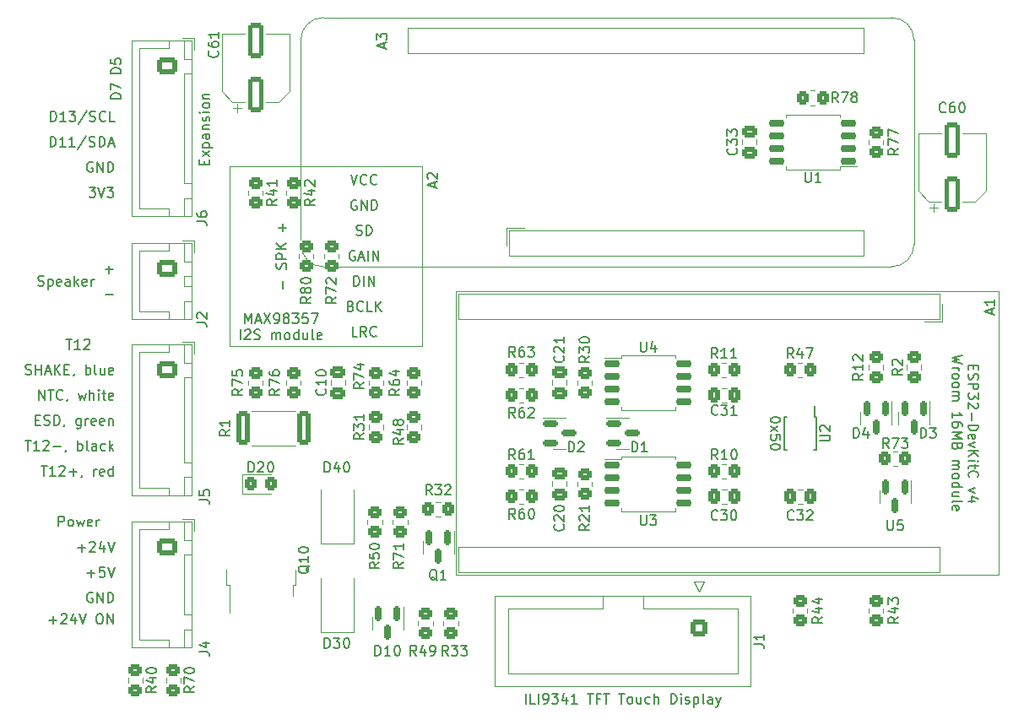
<source format=gto>
G04 #@! TF.GenerationSoftware,KiCad,Pcbnew,(6.0.9)*
G04 #@! TF.CreationDate,2022-12-10T14:55:33+01:00*
G04 #@! TF.ProjectId,IoT12 Control Board,496f5431-3220-4436-9f6e-74726f6c2042,V2.2*
G04 #@! TF.SameCoordinates,Original*
G04 #@! TF.FileFunction,Legend,Top*
G04 #@! TF.FilePolarity,Positive*
%FSLAX46Y46*%
G04 Gerber Fmt 4.6, Leading zero omitted, Abs format (unit mm)*
G04 Created by KiCad (PCBNEW (6.0.9)) date 2022-12-10 14:55:33*
%MOMM*%
%LPD*%
G01*
G04 APERTURE LIST*
G04 Aperture macros list*
%AMRoundRect*
0 Rectangle with rounded corners*
0 $1 Rounding radius*
0 $2 $3 $4 $5 $6 $7 $8 $9 X,Y pos of 4 corners*
0 Add a 4 corners polygon primitive as box body*
4,1,4,$2,$3,$4,$5,$6,$7,$8,$9,$2,$3,0*
0 Add four circle primitives for the rounded corners*
1,1,$1+$1,$2,$3*
1,1,$1+$1,$4,$5*
1,1,$1+$1,$6,$7*
1,1,$1+$1,$8,$9*
0 Add four rect primitives between the rounded corners*
20,1,$1+$1,$2,$3,$4,$5,0*
20,1,$1+$1,$4,$5,$6,$7,0*
20,1,$1+$1,$6,$7,$8,$9,0*
20,1,$1+$1,$8,$9,$2,$3,0*%
G04 Aperture macros list end*
%ADD10C,0.150000*%
%ADD11C,0.120000*%
%ADD12C,0.100000*%
%ADD13RoundRect,0.150000X-0.650000X-0.150000X0.650000X-0.150000X0.650000X0.150000X-0.650000X0.150000X0*%
%ADD14C,1.524000*%
%ADD15RoundRect,0.250000X0.475000X-0.337500X0.475000X0.337500X-0.475000X0.337500X-0.475000X-0.337500X0*%
%ADD16RoundRect,0.250000X-0.337500X-0.475000X0.337500X-0.475000X0.337500X0.475000X-0.337500X0.475000X0*%
%ADD17RoundRect,0.250000X0.550000X-1.500000X0.550000X1.500000X-0.550000X1.500000X-0.550000X-1.500000X0*%
%ADD18RoundRect,0.150000X-0.587500X-0.150000X0.587500X-0.150000X0.587500X0.150000X-0.587500X0.150000X0*%
%ADD19R,1.800000X2.500000*%
%ADD20RoundRect,0.150000X-0.150000X0.587500X-0.150000X-0.587500X0.150000X-0.587500X0.150000X0.587500X0*%
%ADD21RoundRect,0.250000X-0.325000X-0.450000X0.325000X-0.450000X0.325000X0.450000X-0.325000X0.450000X0*%
%ADD22C,0.800000*%
%ADD23C,6.400000*%
%ADD24R,1.200000X2.200000*%
%ADD25R,5.800000X6.400000*%
%ADD26RoundRect,0.249999X-0.450001X-1.425001X0.450001X-1.425001X0.450001X1.425001X-0.450001X1.425001X0*%
%ADD27RoundRect,0.250000X-0.350000X-0.450000X0.350000X-0.450000X0.350000X0.450000X-0.350000X0.450000X0*%
%ADD28RoundRect,0.250000X0.450000X-0.350000X0.450000X0.350000X-0.450000X0.350000X-0.450000X-0.350000X0*%
%ADD29RoundRect,0.250000X0.350000X0.450000X-0.350000X0.450000X-0.350000X-0.450000X0.350000X-0.450000X0*%
%ADD30RoundRect,0.250000X-0.450000X0.350000X-0.450000X-0.350000X0.450000X-0.350000X0.450000X0.350000X0*%
%ADD31R,0.250000X1.100000*%
%ADD32R,1.700000X2.100000*%
%ADD33O,1.700000X2.100000*%
%ADD34RoundRect,0.150000X0.650000X0.150000X-0.650000X0.150000X-0.650000X-0.150000X0.650000X-0.150000X0*%
%ADD35RoundRect,0.250000X-0.725000X0.600000X-0.725000X-0.600000X0.725000X-0.600000X0.725000X0.600000X0*%
%ADD36O,1.950000X1.700000*%
%ADD37RoundRect,0.250000X-0.750000X0.600000X-0.750000X-0.600000X0.750000X-0.600000X0.750000X0.600000X0*%
%ADD38O,2.000000X1.700000*%
%ADD39RoundRect,0.250000X-0.600000X0.600000X-0.600000X-0.600000X0.600000X-0.600000X0.600000X0.600000X0*%
%ADD40C,1.700000*%
G04 APERTURE END LIST*
D10*
X98582500Y-102798571D02*
X98915833Y-102798571D01*
X99058690Y-103322380D02*
X98582500Y-103322380D01*
X98582500Y-102322380D01*
X99058690Y-102322380D01*
X99439642Y-103274761D02*
X99582500Y-103322380D01*
X99820595Y-103322380D01*
X99915833Y-103274761D01*
X99963452Y-103227142D01*
X100011071Y-103131904D01*
X100011071Y-103036666D01*
X99963452Y-102941428D01*
X99915833Y-102893809D01*
X99820595Y-102846190D01*
X99630119Y-102798571D01*
X99534880Y-102750952D01*
X99487261Y-102703333D01*
X99439642Y-102608095D01*
X99439642Y-102512857D01*
X99487261Y-102417619D01*
X99534880Y-102370000D01*
X99630119Y-102322380D01*
X99868214Y-102322380D01*
X100011071Y-102370000D01*
X100439642Y-103322380D02*
X100439642Y-102322380D01*
X100677738Y-102322380D01*
X100820595Y-102370000D01*
X100915833Y-102465238D01*
X100963452Y-102560476D01*
X101011071Y-102750952D01*
X101011071Y-102893809D01*
X100963452Y-103084285D01*
X100915833Y-103179523D01*
X100820595Y-103274761D01*
X100677738Y-103322380D01*
X100439642Y-103322380D01*
X101487261Y-103274761D02*
X101487261Y-103322380D01*
X101439642Y-103417619D01*
X101392023Y-103465238D01*
X103106309Y-102655714D02*
X103106309Y-103465238D01*
X103058690Y-103560476D01*
X103011071Y-103608095D01*
X102915833Y-103655714D01*
X102772976Y-103655714D01*
X102677738Y-103608095D01*
X103106309Y-103274761D02*
X103011071Y-103322380D01*
X102820595Y-103322380D01*
X102725357Y-103274761D01*
X102677738Y-103227142D01*
X102630119Y-103131904D01*
X102630119Y-102846190D01*
X102677738Y-102750952D01*
X102725357Y-102703333D01*
X102820595Y-102655714D01*
X103011071Y-102655714D01*
X103106309Y-102703333D01*
X103582500Y-103322380D02*
X103582500Y-102655714D01*
X103582500Y-102846190D02*
X103630119Y-102750952D01*
X103677738Y-102703333D01*
X103772976Y-102655714D01*
X103868214Y-102655714D01*
X104582500Y-103274761D02*
X104487261Y-103322380D01*
X104296785Y-103322380D01*
X104201547Y-103274761D01*
X104153928Y-103179523D01*
X104153928Y-102798571D01*
X104201547Y-102703333D01*
X104296785Y-102655714D01*
X104487261Y-102655714D01*
X104582500Y-102703333D01*
X104630119Y-102798571D01*
X104630119Y-102893809D01*
X104153928Y-102989047D01*
X105439642Y-103274761D02*
X105344404Y-103322380D01*
X105153928Y-103322380D01*
X105058690Y-103274761D01*
X105011071Y-103179523D01*
X105011071Y-102798571D01*
X105058690Y-102703333D01*
X105153928Y-102655714D01*
X105344404Y-102655714D01*
X105439642Y-102703333D01*
X105487261Y-102798571D01*
X105487261Y-102893809D01*
X105011071Y-102989047D01*
X105915833Y-102655714D02*
X105915833Y-103322380D01*
X105915833Y-102750952D02*
X105963452Y-102703333D01*
X106058690Y-102655714D01*
X106201547Y-102655714D01*
X106296785Y-102703333D01*
X106344404Y-102798571D01*
X106344404Y-103322380D01*
X99153928Y-107402380D02*
X99725357Y-107402380D01*
X99439642Y-108402380D02*
X99439642Y-107402380D01*
X100582500Y-108402380D02*
X100011071Y-108402380D01*
X100296785Y-108402380D02*
X100296785Y-107402380D01*
X100201547Y-107545238D01*
X100106309Y-107640476D01*
X100011071Y-107688095D01*
X100963452Y-107497619D02*
X101011071Y-107450000D01*
X101106309Y-107402380D01*
X101344404Y-107402380D01*
X101439642Y-107450000D01*
X101487261Y-107497619D01*
X101534880Y-107592857D01*
X101534880Y-107688095D01*
X101487261Y-107830952D01*
X100915833Y-108402380D01*
X101534880Y-108402380D01*
X101963452Y-108021428D02*
X102725357Y-108021428D01*
X102344404Y-108402380D02*
X102344404Y-107640476D01*
X103249166Y-108354761D02*
X103249166Y-108402380D01*
X103201547Y-108497619D01*
X103153928Y-108545238D01*
X104439642Y-108402380D02*
X104439642Y-107735714D01*
X104439642Y-107926190D02*
X104487261Y-107830952D01*
X104534880Y-107783333D01*
X104630119Y-107735714D01*
X104725357Y-107735714D01*
X105439642Y-108354761D02*
X105344404Y-108402380D01*
X105153928Y-108402380D01*
X105058690Y-108354761D01*
X105011071Y-108259523D01*
X105011071Y-107878571D01*
X105058690Y-107783333D01*
X105153928Y-107735714D01*
X105344404Y-107735714D01*
X105439642Y-107783333D01*
X105487261Y-107878571D01*
X105487261Y-107973809D01*
X105011071Y-108069047D01*
X106344404Y-108402380D02*
X106344404Y-107402380D01*
X106344404Y-108354761D02*
X106249166Y-108402380D01*
X106058690Y-108402380D01*
X105963452Y-108354761D01*
X105915833Y-108307142D01*
X105868214Y-108211904D01*
X105868214Y-107926190D01*
X105915833Y-107830952D01*
X105963452Y-107783333D01*
X106058690Y-107735714D01*
X106249166Y-107735714D01*
X106344404Y-107783333D01*
X98915833Y-100782380D02*
X98915833Y-99782380D01*
X99487261Y-100782380D01*
X99487261Y-99782380D01*
X99820595Y-99782380D02*
X100392023Y-99782380D01*
X100106309Y-100782380D02*
X100106309Y-99782380D01*
X101296785Y-100687142D02*
X101249166Y-100734761D01*
X101106309Y-100782380D01*
X101011071Y-100782380D01*
X100868214Y-100734761D01*
X100772976Y-100639523D01*
X100725357Y-100544285D01*
X100677738Y-100353809D01*
X100677738Y-100210952D01*
X100725357Y-100020476D01*
X100772976Y-99925238D01*
X100868214Y-99830000D01*
X101011071Y-99782380D01*
X101106309Y-99782380D01*
X101249166Y-99830000D01*
X101296785Y-99877619D01*
X101772976Y-100734761D02*
X101772976Y-100782380D01*
X101725357Y-100877619D01*
X101677738Y-100925238D01*
X102868214Y-100115714D02*
X103058690Y-100782380D01*
X103249166Y-100306190D01*
X103439642Y-100782380D01*
X103630119Y-100115714D01*
X104011071Y-100782380D02*
X104011071Y-99782380D01*
X104439642Y-100782380D02*
X104439642Y-100258571D01*
X104392023Y-100163333D01*
X104296785Y-100115714D01*
X104153928Y-100115714D01*
X104058690Y-100163333D01*
X104011071Y-100210952D01*
X104915833Y-100782380D02*
X104915833Y-100115714D01*
X104915833Y-99782380D02*
X104868214Y-99830000D01*
X104915833Y-99877619D01*
X104963452Y-99830000D01*
X104915833Y-99782380D01*
X104915833Y-99877619D01*
X105249166Y-100115714D02*
X105630119Y-100115714D01*
X105392023Y-99782380D02*
X105392023Y-100639523D01*
X105439642Y-100734761D01*
X105534880Y-100782380D01*
X105630119Y-100782380D01*
X106344404Y-100734761D02*
X106249166Y-100782380D01*
X106058690Y-100782380D01*
X105963452Y-100734761D01*
X105915833Y-100639523D01*
X105915833Y-100258571D01*
X105963452Y-100163333D01*
X106058690Y-100115714D01*
X106249166Y-100115714D01*
X106344404Y-100163333D01*
X106392023Y-100258571D01*
X106392023Y-100353809D01*
X105915833Y-100449047D01*
X97582500Y-98194761D02*
X97725357Y-98242380D01*
X97963452Y-98242380D01*
X98058690Y-98194761D01*
X98106309Y-98147142D01*
X98153928Y-98051904D01*
X98153928Y-97956666D01*
X98106309Y-97861428D01*
X98058690Y-97813809D01*
X97963452Y-97766190D01*
X97772976Y-97718571D01*
X97677738Y-97670952D01*
X97630119Y-97623333D01*
X97582500Y-97528095D01*
X97582500Y-97432857D01*
X97630119Y-97337619D01*
X97677738Y-97290000D01*
X97772976Y-97242380D01*
X98011071Y-97242380D01*
X98153928Y-97290000D01*
X98582500Y-98242380D02*
X98582500Y-97242380D01*
X98582500Y-97718571D02*
X99153928Y-97718571D01*
X99153928Y-98242380D02*
X99153928Y-97242380D01*
X99582500Y-97956666D02*
X100058690Y-97956666D01*
X99487261Y-98242380D02*
X99820595Y-97242380D01*
X100153928Y-98242380D01*
X100487261Y-98242380D02*
X100487261Y-97242380D01*
X101058690Y-98242380D02*
X100630119Y-97670952D01*
X101058690Y-97242380D02*
X100487261Y-97813809D01*
X101487261Y-97718571D02*
X101820595Y-97718571D01*
X101963452Y-98242380D02*
X101487261Y-98242380D01*
X101487261Y-97242380D01*
X101963452Y-97242380D01*
X102439642Y-98194761D02*
X102439642Y-98242380D01*
X102392023Y-98337619D01*
X102344404Y-98385238D01*
X103630119Y-98242380D02*
X103630119Y-97242380D01*
X103630119Y-97623333D02*
X103725357Y-97575714D01*
X103915833Y-97575714D01*
X104011071Y-97623333D01*
X104058690Y-97670952D01*
X104106309Y-97766190D01*
X104106309Y-98051904D01*
X104058690Y-98147142D01*
X104011071Y-98194761D01*
X103915833Y-98242380D01*
X103725357Y-98242380D01*
X103630119Y-98194761D01*
X104677738Y-98242380D02*
X104582500Y-98194761D01*
X104534880Y-98099523D01*
X104534880Y-97242380D01*
X105487261Y-97575714D02*
X105487261Y-98242380D01*
X105058690Y-97575714D02*
X105058690Y-98099523D01*
X105106309Y-98194761D01*
X105201547Y-98242380D01*
X105344404Y-98242380D01*
X105439642Y-98194761D01*
X105487261Y-98147142D01*
X106344404Y-98194761D02*
X106249166Y-98242380D01*
X106058690Y-98242380D01*
X105963452Y-98194761D01*
X105915833Y-98099523D01*
X105915833Y-97718571D01*
X105963452Y-97623333D01*
X106058690Y-97575714D01*
X106249166Y-97575714D01*
X106344404Y-97623333D01*
X106392023Y-97718571D01*
X106392023Y-97813809D01*
X105915833Y-97909047D01*
X97534880Y-104862380D02*
X98106309Y-104862380D01*
X97820595Y-105862380D02*
X97820595Y-104862380D01*
X98963452Y-105862380D02*
X98392023Y-105862380D01*
X98677738Y-105862380D02*
X98677738Y-104862380D01*
X98582500Y-105005238D01*
X98487261Y-105100476D01*
X98392023Y-105148095D01*
X99344404Y-104957619D02*
X99392023Y-104910000D01*
X99487261Y-104862380D01*
X99725357Y-104862380D01*
X99820595Y-104910000D01*
X99868214Y-104957619D01*
X99915833Y-105052857D01*
X99915833Y-105148095D01*
X99868214Y-105290952D01*
X99296785Y-105862380D01*
X99915833Y-105862380D01*
X100344404Y-105481428D02*
X101106309Y-105481428D01*
X101630119Y-105814761D02*
X101630119Y-105862380D01*
X101582500Y-105957619D01*
X101534880Y-106005238D01*
X102820595Y-105862380D02*
X102820595Y-104862380D01*
X102820595Y-105243333D02*
X102915833Y-105195714D01*
X103106309Y-105195714D01*
X103201547Y-105243333D01*
X103249166Y-105290952D01*
X103296785Y-105386190D01*
X103296785Y-105671904D01*
X103249166Y-105767142D01*
X103201547Y-105814761D01*
X103106309Y-105862380D01*
X102915833Y-105862380D01*
X102820595Y-105814761D01*
X103868214Y-105862380D02*
X103772976Y-105814761D01*
X103725357Y-105719523D01*
X103725357Y-104862380D01*
X104677738Y-105862380D02*
X104677738Y-105338571D01*
X104630119Y-105243333D01*
X104534880Y-105195714D01*
X104344404Y-105195714D01*
X104249166Y-105243333D01*
X104677738Y-105814761D02*
X104582500Y-105862380D01*
X104344404Y-105862380D01*
X104249166Y-105814761D01*
X104201547Y-105719523D01*
X104201547Y-105624285D01*
X104249166Y-105529047D01*
X104344404Y-105481428D01*
X104582500Y-105481428D01*
X104677738Y-105433809D01*
X105582500Y-105814761D02*
X105487261Y-105862380D01*
X105296785Y-105862380D01*
X105201547Y-105814761D01*
X105153928Y-105767142D01*
X105106309Y-105671904D01*
X105106309Y-105386190D01*
X105153928Y-105290952D01*
X105201547Y-105243333D01*
X105296785Y-105195714D01*
X105487261Y-105195714D01*
X105582500Y-105243333D01*
X106011071Y-105862380D02*
X106011071Y-104862380D01*
X106106309Y-105481428D02*
X106392023Y-105862380D01*
X106392023Y-105195714D02*
X106011071Y-105576666D01*
X173283619Y-102735238D02*
X173283619Y-102830476D01*
X173236000Y-102925714D01*
X173188380Y-102973333D01*
X173093142Y-103020952D01*
X172902666Y-103068571D01*
X172664571Y-103068571D01*
X172474095Y-103020952D01*
X172378857Y-102973333D01*
X172331238Y-102925714D01*
X172283619Y-102830476D01*
X172283619Y-102735238D01*
X172331238Y-102640000D01*
X172378857Y-102592380D01*
X172474095Y-102544761D01*
X172664571Y-102497142D01*
X172902666Y-102497142D01*
X173093142Y-102544761D01*
X173188380Y-102592380D01*
X173236000Y-102640000D01*
X173283619Y-102735238D01*
X172283619Y-103401904D02*
X172950285Y-103925714D01*
X172950285Y-103401904D02*
X172283619Y-103925714D01*
X173283619Y-104782857D02*
X173283619Y-104306666D01*
X172807428Y-104259047D01*
X172855047Y-104306666D01*
X172902666Y-104401904D01*
X172902666Y-104640000D01*
X172855047Y-104735238D01*
X172807428Y-104782857D01*
X172712190Y-104830476D01*
X172474095Y-104830476D01*
X172378857Y-104782857D01*
X172331238Y-104735238D01*
X172283619Y-104640000D01*
X172283619Y-104401904D01*
X172331238Y-104306666D01*
X172378857Y-104259047D01*
X173283619Y-105449523D02*
X173283619Y-105544761D01*
X173236000Y-105640000D01*
X173188380Y-105687619D01*
X173093142Y-105735238D01*
X172902666Y-105782857D01*
X172664571Y-105782857D01*
X172474095Y-105735238D01*
X172378857Y-105687619D01*
X172331238Y-105640000D01*
X172283619Y-105544761D01*
X172283619Y-105449523D01*
X172331238Y-105354285D01*
X172378857Y-105306666D01*
X172474095Y-105259047D01*
X172664571Y-105211428D01*
X172902666Y-105211428D01*
X173093142Y-105259047D01*
X173188380Y-105306666D01*
X173236000Y-105354285D01*
X173283619Y-105449523D01*
X100893809Y-113462380D02*
X100893809Y-112462380D01*
X101274761Y-112462380D01*
X101370000Y-112510000D01*
X101417619Y-112557619D01*
X101465238Y-112652857D01*
X101465238Y-112795714D01*
X101417619Y-112890952D01*
X101370000Y-112938571D01*
X101274761Y-112986190D01*
X100893809Y-112986190D01*
X102036666Y-113462380D02*
X101941428Y-113414761D01*
X101893809Y-113367142D01*
X101846190Y-113271904D01*
X101846190Y-112986190D01*
X101893809Y-112890952D01*
X101941428Y-112843333D01*
X102036666Y-112795714D01*
X102179523Y-112795714D01*
X102274761Y-112843333D01*
X102322380Y-112890952D01*
X102370000Y-112986190D01*
X102370000Y-113271904D01*
X102322380Y-113367142D01*
X102274761Y-113414761D01*
X102179523Y-113462380D01*
X102036666Y-113462380D01*
X102703333Y-112795714D02*
X102893809Y-113462380D01*
X103084285Y-112986190D01*
X103274761Y-113462380D01*
X103465238Y-112795714D01*
X104227142Y-113414761D02*
X104131904Y-113462380D01*
X103941428Y-113462380D01*
X103846190Y-113414761D01*
X103798571Y-113319523D01*
X103798571Y-112938571D01*
X103846190Y-112843333D01*
X103941428Y-112795714D01*
X104131904Y-112795714D01*
X104227142Y-112843333D01*
X104274761Y-112938571D01*
X104274761Y-113033809D01*
X103798571Y-113129047D01*
X104703333Y-113462380D02*
X104703333Y-112795714D01*
X104703333Y-112986190D02*
X104750952Y-112890952D01*
X104798571Y-112843333D01*
X104893809Y-112795714D01*
X104989047Y-112795714D01*
X192646428Y-97306666D02*
X192646428Y-97640000D01*
X192122619Y-97782857D02*
X192122619Y-97306666D01*
X193122619Y-97306666D01*
X193122619Y-97782857D01*
X192170238Y-98163809D02*
X192122619Y-98306666D01*
X192122619Y-98544761D01*
X192170238Y-98640000D01*
X192217857Y-98687619D01*
X192313095Y-98735238D01*
X192408333Y-98735238D01*
X192503571Y-98687619D01*
X192551190Y-98640000D01*
X192598809Y-98544761D01*
X192646428Y-98354285D01*
X192694047Y-98259047D01*
X192741666Y-98211428D01*
X192836904Y-98163809D01*
X192932142Y-98163809D01*
X193027380Y-98211428D01*
X193075000Y-98259047D01*
X193122619Y-98354285D01*
X193122619Y-98592380D01*
X193075000Y-98735238D01*
X192122619Y-99163809D02*
X193122619Y-99163809D01*
X193122619Y-99544761D01*
X193075000Y-99640000D01*
X193027380Y-99687619D01*
X192932142Y-99735238D01*
X192789285Y-99735238D01*
X192694047Y-99687619D01*
X192646428Y-99640000D01*
X192598809Y-99544761D01*
X192598809Y-99163809D01*
X193122619Y-100068571D02*
X193122619Y-100687619D01*
X192741666Y-100354285D01*
X192741666Y-100497142D01*
X192694047Y-100592380D01*
X192646428Y-100640000D01*
X192551190Y-100687619D01*
X192313095Y-100687619D01*
X192217857Y-100640000D01*
X192170238Y-100592380D01*
X192122619Y-100497142D01*
X192122619Y-100211428D01*
X192170238Y-100116190D01*
X192217857Y-100068571D01*
X193027380Y-101068571D02*
X193075000Y-101116190D01*
X193122619Y-101211428D01*
X193122619Y-101449523D01*
X193075000Y-101544761D01*
X193027380Y-101592380D01*
X192932142Y-101640000D01*
X192836904Y-101640000D01*
X192694047Y-101592380D01*
X192122619Y-101020952D01*
X192122619Y-101640000D01*
X192503571Y-102068571D02*
X192503571Y-102830476D01*
X192122619Y-103306666D02*
X193122619Y-103306666D01*
X193122619Y-103544761D01*
X193075000Y-103687619D01*
X192979761Y-103782857D01*
X192884523Y-103830476D01*
X192694047Y-103878095D01*
X192551190Y-103878095D01*
X192360714Y-103830476D01*
X192265476Y-103782857D01*
X192170238Y-103687619D01*
X192122619Y-103544761D01*
X192122619Y-103306666D01*
X192170238Y-104687619D02*
X192122619Y-104592380D01*
X192122619Y-104401904D01*
X192170238Y-104306666D01*
X192265476Y-104259047D01*
X192646428Y-104259047D01*
X192741666Y-104306666D01*
X192789285Y-104401904D01*
X192789285Y-104592380D01*
X192741666Y-104687619D01*
X192646428Y-104735238D01*
X192551190Y-104735238D01*
X192455952Y-104259047D01*
X192789285Y-105068571D02*
X192122619Y-105306666D01*
X192789285Y-105544761D01*
X192122619Y-105925714D02*
X193122619Y-105925714D01*
X192122619Y-106497142D02*
X192694047Y-106068571D01*
X193122619Y-106497142D02*
X192551190Y-105925714D01*
X192122619Y-106925714D02*
X192789285Y-106925714D01*
X193122619Y-106925714D02*
X193075000Y-106878095D01*
X193027380Y-106925714D01*
X193075000Y-106973333D01*
X193122619Y-106925714D01*
X193027380Y-106925714D01*
X192789285Y-107259047D02*
X192789285Y-107640000D01*
X193122619Y-107401904D02*
X192265476Y-107401904D01*
X192170238Y-107449523D01*
X192122619Y-107544761D01*
X192122619Y-107640000D01*
X192217857Y-108544761D02*
X192170238Y-108497142D01*
X192122619Y-108354285D01*
X192122619Y-108259047D01*
X192170238Y-108116190D01*
X192265476Y-108020952D01*
X192360714Y-107973333D01*
X192551190Y-107925714D01*
X192694047Y-107925714D01*
X192884523Y-107973333D01*
X192979761Y-108020952D01*
X193075000Y-108116190D01*
X193122619Y-108259047D01*
X193122619Y-108354285D01*
X193075000Y-108497142D01*
X193027380Y-108544761D01*
X192789285Y-109640000D02*
X192122619Y-109878095D01*
X192789285Y-110116190D01*
X192789285Y-110925714D02*
X192122619Y-110925714D01*
X193170238Y-110687619D02*
X192455952Y-110449523D01*
X192455952Y-111068571D01*
X191512619Y-96330476D02*
X190512619Y-96568571D01*
X191226904Y-96759047D01*
X190512619Y-96949523D01*
X191512619Y-97187619D01*
X190512619Y-97568571D02*
X191179285Y-97568571D01*
X190988809Y-97568571D02*
X191084047Y-97616190D01*
X191131666Y-97663809D01*
X191179285Y-97759047D01*
X191179285Y-97854285D01*
X190512619Y-98330476D02*
X190560238Y-98235238D01*
X190607857Y-98187619D01*
X190703095Y-98140000D01*
X190988809Y-98140000D01*
X191084047Y-98187619D01*
X191131666Y-98235238D01*
X191179285Y-98330476D01*
X191179285Y-98473333D01*
X191131666Y-98568571D01*
X191084047Y-98616190D01*
X190988809Y-98663809D01*
X190703095Y-98663809D01*
X190607857Y-98616190D01*
X190560238Y-98568571D01*
X190512619Y-98473333D01*
X190512619Y-98330476D01*
X190512619Y-99235238D02*
X190560238Y-99140000D01*
X190607857Y-99092380D01*
X190703095Y-99044761D01*
X190988809Y-99044761D01*
X191084047Y-99092380D01*
X191131666Y-99140000D01*
X191179285Y-99235238D01*
X191179285Y-99378095D01*
X191131666Y-99473333D01*
X191084047Y-99520952D01*
X190988809Y-99568571D01*
X190703095Y-99568571D01*
X190607857Y-99520952D01*
X190560238Y-99473333D01*
X190512619Y-99378095D01*
X190512619Y-99235238D01*
X190512619Y-99997142D02*
X191179285Y-99997142D01*
X191084047Y-99997142D02*
X191131666Y-100044761D01*
X191179285Y-100140000D01*
X191179285Y-100282857D01*
X191131666Y-100378095D01*
X191036428Y-100425714D01*
X190512619Y-100425714D01*
X191036428Y-100425714D02*
X191131666Y-100473333D01*
X191179285Y-100568571D01*
X191179285Y-100711428D01*
X191131666Y-100806666D01*
X191036428Y-100854285D01*
X190512619Y-100854285D01*
X190512619Y-102616190D02*
X190512619Y-102044761D01*
X190512619Y-102330476D02*
X191512619Y-102330476D01*
X191369761Y-102235238D01*
X191274523Y-102140000D01*
X191226904Y-102044761D01*
X191512619Y-103473333D02*
X191512619Y-103282857D01*
X191465000Y-103187619D01*
X191417380Y-103140000D01*
X191274523Y-103044761D01*
X191084047Y-102997142D01*
X190703095Y-102997142D01*
X190607857Y-103044761D01*
X190560238Y-103092380D01*
X190512619Y-103187619D01*
X190512619Y-103378095D01*
X190560238Y-103473333D01*
X190607857Y-103520952D01*
X190703095Y-103568571D01*
X190941190Y-103568571D01*
X191036428Y-103520952D01*
X191084047Y-103473333D01*
X191131666Y-103378095D01*
X191131666Y-103187619D01*
X191084047Y-103092380D01*
X191036428Y-103044761D01*
X190941190Y-102997142D01*
X190512619Y-103997142D02*
X191512619Y-103997142D01*
X190798333Y-104330476D01*
X191512619Y-104663809D01*
X190512619Y-104663809D01*
X191036428Y-105473333D02*
X190988809Y-105616190D01*
X190941190Y-105663809D01*
X190845952Y-105711428D01*
X190703095Y-105711428D01*
X190607857Y-105663809D01*
X190560238Y-105616190D01*
X190512619Y-105520952D01*
X190512619Y-105140000D01*
X191512619Y-105140000D01*
X191512619Y-105473333D01*
X191465000Y-105568571D01*
X191417380Y-105616190D01*
X191322142Y-105663809D01*
X191226904Y-105663809D01*
X191131666Y-105616190D01*
X191084047Y-105568571D01*
X191036428Y-105473333D01*
X191036428Y-105140000D01*
X190512619Y-106901904D02*
X191179285Y-106901904D01*
X191084047Y-106901904D02*
X191131666Y-106949523D01*
X191179285Y-107044761D01*
X191179285Y-107187619D01*
X191131666Y-107282857D01*
X191036428Y-107330476D01*
X190512619Y-107330476D01*
X191036428Y-107330476D02*
X191131666Y-107378095D01*
X191179285Y-107473333D01*
X191179285Y-107616190D01*
X191131666Y-107711428D01*
X191036428Y-107759047D01*
X190512619Y-107759047D01*
X190512619Y-108378095D02*
X190560238Y-108282857D01*
X190607857Y-108235238D01*
X190703095Y-108187619D01*
X190988809Y-108187619D01*
X191084047Y-108235238D01*
X191131666Y-108282857D01*
X191179285Y-108378095D01*
X191179285Y-108520952D01*
X191131666Y-108616190D01*
X191084047Y-108663809D01*
X190988809Y-108711428D01*
X190703095Y-108711428D01*
X190607857Y-108663809D01*
X190560238Y-108616190D01*
X190512619Y-108520952D01*
X190512619Y-108378095D01*
X190512619Y-109568571D02*
X191512619Y-109568571D01*
X190560238Y-109568571D02*
X190512619Y-109473333D01*
X190512619Y-109282857D01*
X190560238Y-109187619D01*
X190607857Y-109140000D01*
X190703095Y-109092380D01*
X190988809Y-109092380D01*
X191084047Y-109140000D01*
X191131666Y-109187619D01*
X191179285Y-109282857D01*
X191179285Y-109473333D01*
X191131666Y-109568571D01*
X191179285Y-110473333D02*
X190512619Y-110473333D01*
X191179285Y-110044761D02*
X190655476Y-110044761D01*
X190560238Y-110092380D01*
X190512619Y-110187619D01*
X190512619Y-110330476D01*
X190560238Y-110425714D01*
X190607857Y-110473333D01*
X190512619Y-111092380D02*
X190560238Y-110997142D01*
X190655476Y-110949523D01*
X191512619Y-110949523D01*
X190560238Y-111854285D02*
X190512619Y-111759047D01*
X190512619Y-111568571D01*
X190560238Y-111473333D01*
X190655476Y-111425714D01*
X191036428Y-111425714D01*
X191131666Y-111473333D01*
X191179285Y-111568571D01*
X191179285Y-111759047D01*
X191131666Y-111854285D01*
X191036428Y-111901904D01*
X190941190Y-111901904D01*
X190845952Y-111425714D01*
X101631904Y-94702380D02*
X102203333Y-94702380D01*
X101917619Y-95702380D02*
X101917619Y-94702380D01*
X103060476Y-95702380D02*
X102489047Y-95702380D01*
X102774761Y-95702380D02*
X102774761Y-94702380D01*
X102679523Y-94845238D01*
X102584285Y-94940476D01*
X102489047Y-94988095D01*
X103441428Y-94797619D02*
X103489047Y-94750000D01*
X103584285Y-94702380D01*
X103822380Y-94702380D01*
X103917619Y-94750000D01*
X103965238Y-94797619D01*
X104012857Y-94892857D01*
X104012857Y-94988095D01*
X103965238Y-95130952D01*
X103393809Y-95702380D01*
X104012857Y-95702380D01*
X103963452Y-79462380D02*
X104582500Y-79462380D01*
X104249166Y-79843333D01*
X104392023Y-79843333D01*
X104487261Y-79890952D01*
X104534880Y-79938571D01*
X104582500Y-80033809D01*
X104582500Y-80271904D01*
X104534880Y-80367142D01*
X104487261Y-80414761D01*
X104392023Y-80462380D01*
X104106309Y-80462380D01*
X104011071Y-80414761D01*
X103963452Y-80367142D01*
X104868214Y-79462380D02*
X105201547Y-80462380D01*
X105534880Y-79462380D01*
X105772976Y-79462380D02*
X106392023Y-79462380D01*
X106058690Y-79843333D01*
X106201547Y-79843333D01*
X106296785Y-79890952D01*
X106344404Y-79938571D01*
X106392023Y-80033809D01*
X106392023Y-80271904D01*
X106344404Y-80367142D01*
X106296785Y-80414761D01*
X106201547Y-80462380D01*
X105915833Y-80462380D01*
X105820595Y-80414761D01*
X105772976Y-80367142D01*
X104296785Y-76970000D02*
X104201547Y-76922380D01*
X104058690Y-76922380D01*
X103915833Y-76970000D01*
X103820595Y-77065238D01*
X103772976Y-77160476D01*
X103725357Y-77350952D01*
X103725357Y-77493809D01*
X103772976Y-77684285D01*
X103820595Y-77779523D01*
X103915833Y-77874761D01*
X104058690Y-77922380D01*
X104153928Y-77922380D01*
X104296785Y-77874761D01*
X104344404Y-77827142D01*
X104344404Y-77493809D01*
X104153928Y-77493809D01*
X104772976Y-77922380D02*
X104772976Y-76922380D01*
X105344404Y-77922380D01*
X105344404Y-76922380D01*
X105820595Y-77922380D02*
X105820595Y-76922380D01*
X106058690Y-76922380D01*
X106201547Y-76970000D01*
X106296785Y-77065238D01*
X106344404Y-77160476D01*
X106392023Y-77350952D01*
X106392023Y-77493809D01*
X106344404Y-77684285D01*
X106296785Y-77779523D01*
X106201547Y-77874761D01*
X106058690Y-77922380D01*
X105820595Y-77922380D01*
X100058690Y-75382380D02*
X100058690Y-74382380D01*
X100296785Y-74382380D01*
X100439642Y-74430000D01*
X100534880Y-74525238D01*
X100582500Y-74620476D01*
X100630119Y-74810952D01*
X100630119Y-74953809D01*
X100582500Y-75144285D01*
X100534880Y-75239523D01*
X100439642Y-75334761D01*
X100296785Y-75382380D01*
X100058690Y-75382380D01*
X101582500Y-75382380D02*
X101011071Y-75382380D01*
X101296785Y-75382380D02*
X101296785Y-74382380D01*
X101201547Y-74525238D01*
X101106309Y-74620476D01*
X101011071Y-74668095D01*
X102534880Y-75382380D02*
X101963452Y-75382380D01*
X102249166Y-75382380D02*
X102249166Y-74382380D01*
X102153928Y-74525238D01*
X102058690Y-74620476D01*
X101963452Y-74668095D01*
X103677738Y-74334761D02*
X102820595Y-75620476D01*
X103963452Y-75334761D02*
X104106309Y-75382380D01*
X104344404Y-75382380D01*
X104439642Y-75334761D01*
X104487261Y-75287142D01*
X104534880Y-75191904D01*
X104534880Y-75096666D01*
X104487261Y-75001428D01*
X104439642Y-74953809D01*
X104344404Y-74906190D01*
X104153928Y-74858571D01*
X104058690Y-74810952D01*
X104011071Y-74763333D01*
X103963452Y-74668095D01*
X103963452Y-74572857D01*
X104011071Y-74477619D01*
X104058690Y-74430000D01*
X104153928Y-74382380D01*
X104392023Y-74382380D01*
X104534880Y-74430000D01*
X104963452Y-75382380D02*
X104963452Y-74382380D01*
X105201547Y-74382380D01*
X105344404Y-74430000D01*
X105439642Y-74525238D01*
X105487261Y-74620476D01*
X105534880Y-74810952D01*
X105534880Y-74953809D01*
X105487261Y-75144285D01*
X105439642Y-75239523D01*
X105344404Y-75334761D01*
X105201547Y-75382380D01*
X104963452Y-75382380D01*
X105915833Y-75096666D02*
X106392023Y-75096666D01*
X105820595Y-75382380D02*
X106153928Y-74382380D01*
X106487261Y-75382380D01*
X105582500Y-90241428D02*
X106344404Y-90241428D01*
X98838095Y-89304761D02*
X98980952Y-89352380D01*
X99219047Y-89352380D01*
X99314285Y-89304761D01*
X99361904Y-89257142D01*
X99409523Y-89161904D01*
X99409523Y-89066666D01*
X99361904Y-88971428D01*
X99314285Y-88923809D01*
X99219047Y-88876190D01*
X99028571Y-88828571D01*
X98933333Y-88780952D01*
X98885714Y-88733333D01*
X98838095Y-88638095D01*
X98838095Y-88542857D01*
X98885714Y-88447619D01*
X98933333Y-88400000D01*
X99028571Y-88352380D01*
X99266666Y-88352380D01*
X99409523Y-88400000D01*
X99838095Y-88685714D02*
X99838095Y-89685714D01*
X99838095Y-88733333D02*
X99933333Y-88685714D01*
X100123809Y-88685714D01*
X100219047Y-88733333D01*
X100266666Y-88780952D01*
X100314285Y-88876190D01*
X100314285Y-89161904D01*
X100266666Y-89257142D01*
X100219047Y-89304761D01*
X100123809Y-89352380D01*
X99933333Y-89352380D01*
X99838095Y-89304761D01*
X101123809Y-89304761D02*
X101028571Y-89352380D01*
X100838095Y-89352380D01*
X100742857Y-89304761D01*
X100695238Y-89209523D01*
X100695238Y-88828571D01*
X100742857Y-88733333D01*
X100838095Y-88685714D01*
X101028571Y-88685714D01*
X101123809Y-88733333D01*
X101171428Y-88828571D01*
X101171428Y-88923809D01*
X100695238Y-89019047D01*
X102028571Y-89352380D02*
X102028571Y-88828571D01*
X101980952Y-88733333D01*
X101885714Y-88685714D01*
X101695238Y-88685714D01*
X101600000Y-88733333D01*
X102028571Y-89304761D02*
X101933333Y-89352380D01*
X101695238Y-89352380D01*
X101600000Y-89304761D01*
X101552380Y-89209523D01*
X101552380Y-89114285D01*
X101600000Y-89019047D01*
X101695238Y-88971428D01*
X101933333Y-88971428D01*
X102028571Y-88923809D01*
X102504761Y-89352380D02*
X102504761Y-88352380D01*
X102600000Y-88971428D02*
X102885714Y-89352380D01*
X102885714Y-88685714D02*
X102504761Y-89066666D01*
X103695238Y-89304761D02*
X103600000Y-89352380D01*
X103409523Y-89352380D01*
X103314285Y-89304761D01*
X103266666Y-89209523D01*
X103266666Y-88828571D01*
X103314285Y-88733333D01*
X103409523Y-88685714D01*
X103600000Y-88685714D01*
X103695238Y-88733333D01*
X103742857Y-88828571D01*
X103742857Y-88923809D01*
X103266666Y-89019047D01*
X104171428Y-89352380D02*
X104171428Y-88685714D01*
X104171428Y-88876190D02*
X104219047Y-88780952D01*
X104266666Y-88733333D01*
X104361904Y-88685714D01*
X104457142Y-88685714D01*
X102820595Y-115641428D02*
X103582500Y-115641428D01*
X103201547Y-116022380D02*
X103201547Y-115260476D01*
X104011071Y-115117619D02*
X104058690Y-115070000D01*
X104153928Y-115022380D01*
X104392023Y-115022380D01*
X104487261Y-115070000D01*
X104534880Y-115117619D01*
X104582500Y-115212857D01*
X104582500Y-115308095D01*
X104534880Y-115450952D01*
X103963452Y-116022380D01*
X104582500Y-116022380D01*
X105439642Y-115355714D02*
X105439642Y-116022380D01*
X105201547Y-114974761D02*
X104963452Y-115689047D01*
X105582500Y-115689047D01*
X105820595Y-115022380D02*
X106153928Y-116022380D01*
X106487261Y-115022380D01*
X103772976Y-118181428D02*
X104534880Y-118181428D01*
X104153928Y-118562380D02*
X104153928Y-117800476D01*
X105487261Y-117562380D02*
X105011071Y-117562380D01*
X104963452Y-118038571D01*
X105011071Y-117990952D01*
X105106309Y-117943333D01*
X105344404Y-117943333D01*
X105439642Y-117990952D01*
X105487261Y-118038571D01*
X105534880Y-118133809D01*
X105534880Y-118371904D01*
X105487261Y-118467142D01*
X105439642Y-118514761D01*
X105344404Y-118562380D01*
X105106309Y-118562380D01*
X105011071Y-118514761D01*
X104963452Y-118467142D01*
X105820595Y-117562380D02*
X106153928Y-118562380D01*
X106487261Y-117562380D01*
X119570952Y-93119380D02*
X119570952Y-92119380D01*
X119904285Y-92833666D01*
X120237619Y-92119380D01*
X120237619Y-93119380D01*
X120666190Y-92833666D02*
X121142380Y-92833666D01*
X120570952Y-93119380D02*
X120904285Y-92119380D01*
X121237619Y-93119380D01*
X121475714Y-92119380D02*
X122142380Y-93119380D01*
X122142380Y-92119380D02*
X121475714Y-93119380D01*
X122570952Y-93119380D02*
X122761428Y-93119380D01*
X122856666Y-93071761D01*
X122904285Y-93024142D01*
X122999523Y-92881285D01*
X123047142Y-92690809D01*
X123047142Y-92309857D01*
X122999523Y-92214619D01*
X122951904Y-92167000D01*
X122856666Y-92119380D01*
X122666190Y-92119380D01*
X122570952Y-92167000D01*
X122523333Y-92214619D01*
X122475714Y-92309857D01*
X122475714Y-92547952D01*
X122523333Y-92643190D01*
X122570952Y-92690809D01*
X122666190Y-92738428D01*
X122856666Y-92738428D01*
X122951904Y-92690809D01*
X122999523Y-92643190D01*
X123047142Y-92547952D01*
X123618571Y-92547952D02*
X123523333Y-92500333D01*
X123475714Y-92452714D01*
X123428095Y-92357476D01*
X123428095Y-92309857D01*
X123475714Y-92214619D01*
X123523333Y-92167000D01*
X123618571Y-92119380D01*
X123809047Y-92119380D01*
X123904285Y-92167000D01*
X123951904Y-92214619D01*
X123999523Y-92309857D01*
X123999523Y-92357476D01*
X123951904Y-92452714D01*
X123904285Y-92500333D01*
X123809047Y-92547952D01*
X123618571Y-92547952D01*
X123523333Y-92595571D01*
X123475714Y-92643190D01*
X123428095Y-92738428D01*
X123428095Y-92928904D01*
X123475714Y-93024142D01*
X123523333Y-93071761D01*
X123618571Y-93119380D01*
X123809047Y-93119380D01*
X123904285Y-93071761D01*
X123951904Y-93024142D01*
X123999523Y-92928904D01*
X123999523Y-92738428D01*
X123951904Y-92643190D01*
X123904285Y-92595571D01*
X123809047Y-92547952D01*
X124332857Y-92119380D02*
X124951904Y-92119380D01*
X124618571Y-92500333D01*
X124761428Y-92500333D01*
X124856666Y-92547952D01*
X124904285Y-92595571D01*
X124951904Y-92690809D01*
X124951904Y-92928904D01*
X124904285Y-93024142D01*
X124856666Y-93071761D01*
X124761428Y-93119380D01*
X124475714Y-93119380D01*
X124380476Y-93071761D01*
X124332857Y-93024142D01*
X125856666Y-92119380D02*
X125380476Y-92119380D01*
X125332857Y-92595571D01*
X125380476Y-92547952D01*
X125475714Y-92500333D01*
X125713809Y-92500333D01*
X125809047Y-92547952D01*
X125856666Y-92595571D01*
X125904285Y-92690809D01*
X125904285Y-92928904D01*
X125856666Y-93024142D01*
X125809047Y-93071761D01*
X125713809Y-93119380D01*
X125475714Y-93119380D01*
X125380476Y-93071761D01*
X125332857Y-93024142D01*
X126237619Y-92119380D02*
X126904285Y-92119380D01*
X126475714Y-93119380D01*
X119142380Y-94729380D02*
X119142380Y-93729380D01*
X119570952Y-93824619D02*
X119618571Y-93777000D01*
X119713809Y-93729380D01*
X119951904Y-93729380D01*
X120047142Y-93777000D01*
X120094761Y-93824619D01*
X120142380Y-93919857D01*
X120142380Y-94015095D01*
X120094761Y-94157952D01*
X119523333Y-94729380D01*
X120142380Y-94729380D01*
X120523333Y-94681761D02*
X120666190Y-94729380D01*
X120904285Y-94729380D01*
X120999523Y-94681761D01*
X121047142Y-94634142D01*
X121094761Y-94538904D01*
X121094761Y-94443666D01*
X121047142Y-94348428D01*
X120999523Y-94300809D01*
X120904285Y-94253190D01*
X120713809Y-94205571D01*
X120618571Y-94157952D01*
X120570952Y-94110333D01*
X120523333Y-94015095D01*
X120523333Y-93919857D01*
X120570952Y-93824619D01*
X120618571Y-93777000D01*
X120713809Y-93729380D01*
X120951904Y-93729380D01*
X121094761Y-93777000D01*
X122285238Y-94729380D02*
X122285238Y-94062714D01*
X122285238Y-94157952D02*
X122332857Y-94110333D01*
X122428095Y-94062714D01*
X122570952Y-94062714D01*
X122666190Y-94110333D01*
X122713809Y-94205571D01*
X122713809Y-94729380D01*
X122713809Y-94205571D02*
X122761428Y-94110333D01*
X122856666Y-94062714D01*
X122999523Y-94062714D01*
X123094761Y-94110333D01*
X123142380Y-94205571D01*
X123142380Y-94729380D01*
X123761428Y-94729380D02*
X123666190Y-94681761D01*
X123618571Y-94634142D01*
X123570952Y-94538904D01*
X123570952Y-94253190D01*
X123618571Y-94157952D01*
X123666190Y-94110333D01*
X123761428Y-94062714D01*
X123904285Y-94062714D01*
X123999523Y-94110333D01*
X124047142Y-94157952D01*
X124094761Y-94253190D01*
X124094761Y-94538904D01*
X124047142Y-94634142D01*
X123999523Y-94681761D01*
X123904285Y-94729380D01*
X123761428Y-94729380D01*
X124951904Y-94729380D02*
X124951904Y-93729380D01*
X124951904Y-94681761D02*
X124856666Y-94729380D01*
X124666190Y-94729380D01*
X124570952Y-94681761D01*
X124523333Y-94634142D01*
X124475714Y-94538904D01*
X124475714Y-94253190D01*
X124523333Y-94157952D01*
X124570952Y-94110333D01*
X124666190Y-94062714D01*
X124856666Y-94062714D01*
X124951904Y-94110333D01*
X125856666Y-94062714D02*
X125856666Y-94729380D01*
X125428095Y-94062714D02*
X125428095Y-94586523D01*
X125475714Y-94681761D01*
X125570952Y-94729380D01*
X125713809Y-94729380D01*
X125809047Y-94681761D01*
X125856666Y-94634142D01*
X126475714Y-94729380D02*
X126380476Y-94681761D01*
X126332857Y-94586523D01*
X126332857Y-93729380D01*
X127237619Y-94681761D02*
X127142380Y-94729380D01*
X126951904Y-94729380D01*
X126856666Y-94681761D01*
X126809047Y-94586523D01*
X126809047Y-94205571D01*
X126856666Y-94110333D01*
X126951904Y-94062714D01*
X127142380Y-94062714D01*
X127237619Y-94110333D01*
X127285238Y-94205571D01*
X127285238Y-94300809D01*
X126809047Y-94396047D01*
X115498571Y-77183809D02*
X115498571Y-76850476D01*
X116022380Y-76707619D02*
X116022380Y-77183809D01*
X115022380Y-77183809D01*
X115022380Y-76707619D01*
X116022380Y-76374285D02*
X115355714Y-75850476D01*
X115355714Y-76374285D02*
X116022380Y-75850476D01*
X115355714Y-75469523D02*
X116355714Y-75469523D01*
X115403333Y-75469523D02*
X115355714Y-75374285D01*
X115355714Y-75183809D01*
X115403333Y-75088571D01*
X115450952Y-75040952D01*
X115546190Y-74993333D01*
X115831904Y-74993333D01*
X115927142Y-75040952D01*
X115974761Y-75088571D01*
X116022380Y-75183809D01*
X116022380Y-75374285D01*
X115974761Y-75469523D01*
X116022380Y-74136190D02*
X115498571Y-74136190D01*
X115403333Y-74183809D01*
X115355714Y-74279047D01*
X115355714Y-74469523D01*
X115403333Y-74564761D01*
X115974761Y-74136190D02*
X116022380Y-74231428D01*
X116022380Y-74469523D01*
X115974761Y-74564761D01*
X115879523Y-74612380D01*
X115784285Y-74612380D01*
X115689047Y-74564761D01*
X115641428Y-74469523D01*
X115641428Y-74231428D01*
X115593809Y-74136190D01*
X115355714Y-73660000D02*
X116022380Y-73660000D01*
X115450952Y-73660000D02*
X115403333Y-73612380D01*
X115355714Y-73517142D01*
X115355714Y-73374285D01*
X115403333Y-73279047D01*
X115498571Y-73231428D01*
X116022380Y-73231428D01*
X115974761Y-72802857D02*
X116022380Y-72707619D01*
X116022380Y-72517142D01*
X115974761Y-72421904D01*
X115879523Y-72374285D01*
X115831904Y-72374285D01*
X115736666Y-72421904D01*
X115689047Y-72517142D01*
X115689047Y-72660000D01*
X115641428Y-72755238D01*
X115546190Y-72802857D01*
X115498571Y-72802857D01*
X115403333Y-72755238D01*
X115355714Y-72660000D01*
X115355714Y-72517142D01*
X115403333Y-72421904D01*
X116022380Y-71945714D02*
X115355714Y-71945714D01*
X115022380Y-71945714D02*
X115070000Y-71993333D01*
X115117619Y-71945714D01*
X115070000Y-71898095D01*
X115022380Y-71945714D01*
X115117619Y-71945714D01*
X116022380Y-71326666D02*
X115974761Y-71421904D01*
X115927142Y-71469523D01*
X115831904Y-71517142D01*
X115546190Y-71517142D01*
X115450952Y-71469523D01*
X115403333Y-71421904D01*
X115355714Y-71326666D01*
X115355714Y-71183809D01*
X115403333Y-71088571D01*
X115450952Y-71040952D01*
X115546190Y-70993333D01*
X115831904Y-70993333D01*
X115927142Y-71040952D01*
X115974761Y-71088571D01*
X116022380Y-71183809D01*
X116022380Y-71326666D01*
X115355714Y-70564761D02*
X116022380Y-70564761D01*
X115450952Y-70564761D02*
X115403333Y-70517142D01*
X115355714Y-70421904D01*
X115355714Y-70279047D01*
X115403333Y-70183809D01*
X115498571Y-70136190D01*
X116022380Y-70136190D01*
X100106309Y-72842380D02*
X100106309Y-71842380D01*
X100344404Y-71842380D01*
X100487261Y-71890000D01*
X100582500Y-71985238D01*
X100630119Y-72080476D01*
X100677738Y-72270952D01*
X100677738Y-72413809D01*
X100630119Y-72604285D01*
X100582500Y-72699523D01*
X100487261Y-72794761D01*
X100344404Y-72842380D01*
X100106309Y-72842380D01*
X101630119Y-72842380D02*
X101058690Y-72842380D01*
X101344404Y-72842380D02*
X101344404Y-71842380D01*
X101249166Y-71985238D01*
X101153928Y-72080476D01*
X101058690Y-72128095D01*
X101963452Y-71842380D02*
X102582500Y-71842380D01*
X102249166Y-72223333D01*
X102392023Y-72223333D01*
X102487261Y-72270952D01*
X102534880Y-72318571D01*
X102582500Y-72413809D01*
X102582500Y-72651904D01*
X102534880Y-72747142D01*
X102487261Y-72794761D01*
X102392023Y-72842380D01*
X102106309Y-72842380D01*
X102011071Y-72794761D01*
X101963452Y-72747142D01*
X103725357Y-71794761D02*
X102868214Y-73080476D01*
X104011071Y-72794761D02*
X104153928Y-72842380D01*
X104392023Y-72842380D01*
X104487261Y-72794761D01*
X104534880Y-72747142D01*
X104582500Y-72651904D01*
X104582500Y-72556666D01*
X104534880Y-72461428D01*
X104487261Y-72413809D01*
X104392023Y-72366190D01*
X104201547Y-72318571D01*
X104106309Y-72270952D01*
X104058690Y-72223333D01*
X104011071Y-72128095D01*
X104011071Y-72032857D01*
X104058690Y-71937619D01*
X104106309Y-71890000D01*
X104201547Y-71842380D01*
X104439642Y-71842380D01*
X104582500Y-71890000D01*
X105582500Y-72747142D02*
X105534880Y-72794761D01*
X105392023Y-72842380D01*
X105296785Y-72842380D01*
X105153928Y-72794761D01*
X105058690Y-72699523D01*
X105011071Y-72604285D01*
X104963452Y-72413809D01*
X104963452Y-72270952D01*
X105011071Y-72080476D01*
X105058690Y-71985238D01*
X105153928Y-71890000D01*
X105296785Y-71842380D01*
X105392023Y-71842380D01*
X105534880Y-71890000D01*
X105582500Y-71937619D01*
X106487261Y-72842380D02*
X106011071Y-72842380D01*
X106011071Y-71842380D01*
X147741904Y-131262380D02*
X147741904Y-130262380D01*
X148694285Y-131262380D02*
X148218095Y-131262380D01*
X148218095Y-130262380D01*
X149027619Y-131262380D02*
X149027619Y-130262380D01*
X149551428Y-131262380D02*
X149741904Y-131262380D01*
X149837142Y-131214761D01*
X149884761Y-131167142D01*
X149980000Y-131024285D01*
X150027619Y-130833809D01*
X150027619Y-130452857D01*
X149980000Y-130357619D01*
X149932380Y-130310000D01*
X149837142Y-130262380D01*
X149646666Y-130262380D01*
X149551428Y-130310000D01*
X149503809Y-130357619D01*
X149456190Y-130452857D01*
X149456190Y-130690952D01*
X149503809Y-130786190D01*
X149551428Y-130833809D01*
X149646666Y-130881428D01*
X149837142Y-130881428D01*
X149932380Y-130833809D01*
X149980000Y-130786190D01*
X150027619Y-130690952D01*
X150360952Y-130262380D02*
X150980000Y-130262380D01*
X150646666Y-130643333D01*
X150789523Y-130643333D01*
X150884761Y-130690952D01*
X150932380Y-130738571D01*
X150980000Y-130833809D01*
X150980000Y-131071904D01*
X150932380Y-131167142D01*
X150884761Y-131214761D01*
X150789523Y-131262380D01*
X150503809Y-131262380D01*
X150408571Y-131214761D01*
X150360952Y-131167142D01*
X151837142Y-130595714D02*
X151837142Y-131262380D01*
X151599047Y-130214761D02*
X151360952Y-130929047D01*
X151980000Y-130929047D01*
X152884761Y-131262380D02*
X152313333Y-131262380D01*
X152599047Y-131262380D02*
X152599047Y-130262380D01*
X152503809Y-130405238D01*
X152408571Y-130500476D01*
X152313333Y-130548095D01*
X153932380Y-130262380D02*
X154503809Y-130262380D01*
X154218095Y-131262380D02*
X154218095Y-130262380D01*
X155170476Y-130738571D02*
X154837142Y-130738571D01*
X154837142Y-131262380D02*
X154837142Y-130262380D01*
X155313333Y-130262380D01*
X155551428Y-130262380D02*
X156122857Y-130262380D01*
X155837142Y-131262380D02*
X155837142Y-130262380D01*
X157075238Y-130262380D02*
X157646666Y-130262380D01*
X157360952Y-131262380D02*
X157360952Y-130262380D01*
X158122857Y-131262380D02*
X158027619Y-131214761D01*
X157980000Y-131167142D01*
X157932380Y-131071904D01*
X157932380Y-130786190D01*
X157980000Y-130690952D01*
X158027619Y-130643333D01*
X158122857Y-130595714D01*
X158265714Y-130595714D01*
X158360952Y-130643333D01*
X158408571Y-130690952D01*
X158456190Y-130786190D01*
X158456190Y-131071904D01*
X158408571Y-131167142D01*
X158360952Y-131214761D01*
X158265714Y-131262380D01*
X158122857Y-131262380D01*
X159313333Y-130595714D02*
X159313333Y-131262380D01*
X158884761Y-130595714D02*
X158884761Y-131119523D01*
X158932380Y-131214761D01*
X159027619Y-131262380D01*
X159170476Y-131262380D01*
X159265714Y-131214761D01*
X159313333Y-131167142D01*
X160218095Y-131214761D02*
X160122857Y-131262380D01*
X159932380Y-131262380D01*
X159837142Y-131214761D01*
X159789523Y-131167142D01*
X159741904Y-131071904D01*
X159741904Y-130786190D01*
X159789523Y-130690952D01*
X159837142Y-130643333D01*
X159932380Y-130595714D01*
X160122857Y-130595714D01*
X160218095Y-130643333D01*
X160646666Y-131262380D02*
X160646666Y-130262380D01*
X161075238Y-131262380D02*
X161075238Y-130738571D01*
X161027619Y-130643333D01*
X160932380Y-130595714D01*
X160789523Y-130595714D01*
X160694285Y-130643333D01*
X160646666Y-130690952D01*
X162313333Y-131262380D02*
X162313333Y-130262380D01*
X162551428Y-130262380D01*
X162694285Y-130310000D01*
X162789523Y-130405238D01*
X162837142Y-130500476D01*
X162884761Y-130690952D01*
X162884761Y-130833809D01*
X162837142Y-131024285D01*
X162789523Y-131119523D01*
X162694285Y-131214761D01*
X162551428Y-131262380D01*
X162313333Y-131262380D01*
X163313333Y-131262380D02*
X163313333Y-130595714D01*
X163313333Y-130262380D02*
X163265714Y-130310000D01*
X163313333Y-130357619D01*
X163360952Y-130310000D01*
X163313333Y-130262380D01*
X163313333Y-130357619D01*
X163741904Y-131214761D02*
X163837142Y-131262380D01*
X164027619Y-131262380D01*
X164122857Y-131214761D01*
X164170476Y-131119523D01*
X164170476Y-131071904D01*
X164122857Y-130976666D01*
X164027619Y-130929047D01*
X163884761Y-130929047D01*
X163789523Y-130881428D01*
X163741904Y-130786190D01*
X163741904Y-130738571D01*
X163789523Y-130643333D01*
X163884761Y-130595714D01*
X164027619Y-130595714D01*
X164122857Y-130643333D01*
X164599047Y-130595714D02*
X164599047Y-131595714D01*
X164599047Y-130643333D02*
X164694285Y-130595714D01*
X164884761Y-130595714D01*
X164980000Y-130643333D01*
X165027619Y-130690952D01*
X165075238Y-130786190D01*
X165075238Y-131071904D01*
X165027619Y-131167142D01*
X164980000Y-131214761D01*
X164884761Y-131262380D01*
X164694285Y-131262380D01*
X164599047Y-131214761D01*
X165646666Y-131262380D02*
X165551428Y-131214761D01*
X165503809Y-131119523D01*
X165503809Y-130262380D01*
X166456190Y-131262380D02*
X166456190Y-130738571D01*
X166408571Y-130643333D01*
X166313333Y-130595714D01*
X166122857Y-130595714D01*
X166027619Y-130643333D01*
X166456190Y-131214761D02*
X166360952Y-131262380D01*
X166122857Y-131262380D01*
X166027619Y-131214761D01*
X165980000Y-131119523D01*
X165980000Y-131024285D01*
X166027619Y-130929047D01*
X166122857Y-130881428D01*
X166360952Y-130881428D01*
X166456190Y-130833809D01*
X166837142Y-130595714D02*
X167075238Y-131262380D01*
X167313333Y-130595714D02*
X167075238Y-131262380D01*
X166980000Y-131500476D01*
X166932380Y-131548095D01*
X166837142Y-131595714D01*
X104296785Y-120150000D02*
X104201547Y-120102380D01*
X104058690Y-120102380D01*
X103915833Y-120150000D01*
X103820595Y-120245238D01*
X103772976Y-120340476D01*
X103725357Y-120530952D01*
X103725357Y-120673809D01*
X103772976Y-120864285D01*
X103820595Y-120959523D01*
X103915833Y-121054761D01*
X104058690Y-121102380D01*
X104153928Y-121102380D01*
X104296785Y-121054761D01*
X104344404Y-121007142D01*
X104344404Y-120673809D01*
X104153928Y-120673809D01*
X104772976Y-121102380D02*
X104772976Y-120102380D01*
X105344404Y-121102380D01*
X105344404Y-120102380D01*
X105820595Y-121102380D02*
X105820595Y-120102380D01*
X106058690Y-120102380D01*
X106201547Y-120150000D01*
X106296785Y-120245238D01*
X106344404Y-120340476D01*
X106392023Y-120530952D01*
X106392023Y-120673809D01*
X106344404Y-120864285D01*
X106296785Y-120959523D01*
X106201547Y-121054761D01*
X106058690Y-121102380D01*
X105820595Y-121102380D01*
X107132380Y-68048095D02*
X106132380Y-68048095D01*
X106132380Y-67810000D01*
X106180000Y-67667142D01*
X106275238Y-67571904D01*
X106370476Y-67524285D01*
X106560952Y-67476666D01*
X106703809Y-67476666D01*
X106894285Y-67524285D01*
X106989523Y-67571904D01*
X107084761Y-67667142D01*
X107132380Y-67810000D01*
X107132380Y-68048095D01*
X106132380Y-66571904D02*
X106132380Y-67048095D01*
X106608571Y-67095714D01*
X106560952Y-67048095D01*
X106513333Y-66952857D01*
X106513333Y-66714761D01*
X106560952Y-66619523D01*
X106608571Y-66571904D01*
X106703809Y-66524285D01*
X106941904Y-66524285D01*
X107037142Y-66571904D01*
X107084761Y-66619523D01*
X107132380Y-66714761D01*
X107132380Y-66952857D01*
X107084761Y-67048095D01*
X107037142Y-67095714D01*
X107132380Y-70588095D02*
X106132380Y-70588095D01*
X106132380Y-70350000D01*
X106180000Y-70207142D01*
X106275238Y-70111904D01*
X106370476Y-70064285D01*
X106560952Y-70016666D01*
X106703809Y-70016666D01*
X106894285Y-70064285D01*
X106989523Y-70111904D01*
X107084761Y-70207142D01*
X107132380Y-70350000D01*
X107132380Y-70588095D01*
X106132380Y-69683333D02*
X106132380Y-69016666D01*
X107132380Y-69445238D01*
X99963452Y-122880428D02*
X100725357Y-122880428D01*
X100344404Y-123261380D02*
X100344404Y-122499476D01*
X101153928Y-122356619D02*
X101201547Y-122309000D01*
X101296785Y-122261380D01*
X101534880Y-122261380D01*
X101630119Y-122309000D01*
X101677738Y-122356619D01*
X101725357Y-122451857D01*
X101725357Y-122547095D01*
X101677738Y-122689952D01*
X101106309Y-123261380D01*
X101725357Y-123261380D01*
X102582500Y-122594714D02*
X102582500Y-123261380D01*
X102344404Y-122213761D02*
X102106309Y-122928047D01*
X102725357Y-122928047D01*
X102963452Y-122261380D02*
X103296785Y-123261380D01*
X103630119Y-122261380D01*
X104915833Y-122261380D02*
X105106309Y-122261380D01*
X105201547Y-122309000D01*
X105296785Y-122404238D01*
X105344404Y-122594714D01*
X105344404Y-122928047D01*
X105296785Y-123118523D01*
X105201547Y-123213761D01*
X105106309Y-123261380D01*
X104915833Y-123261380D01*
X104820595Y-123213761D01*
X104725357Y-123118523D01*
X104677738Y-122928047D01*
X104677738Y-122594714D01*
X104725357Y-122404238D01*
X104820595Y-122309000D01*
X104915833Y-122261380D01*
X105772976Y-123261380D02*
X105772976Y-122261380D01*
X106344404Y-123261380D01*
X106344404Y-122261380D01*
X105582500Y-87701428D02*
X106344404Y-87701428D01*
X105963452Y-88082380D02*
X105963452Y-87320476D01*
X159258095Y-94952380D02*
X159258095Y-95761904D01*
X159305714Y-95857142D01*
X159353333Y-95904761D01*
X159448571Y-95952380D01*
X159639047Y-95952380D01*
X159734285Y-95904761D01*
X159781904Y-95857142D01*
X159829523Y-95761904D01*
X159829523Y-94952380D01*
X160734285Y-95285714D02*
X160734285Y-95952380D01*
X160496190Y-94904761D02*
X160258095Y-95619047D01*
X160877142Y-95619047D01*
X159258095Y-112355380D02*
X159258095Y-113164904D01*
X159305714Y-113260142D01*
X159353333Y-113307761D01*
X159448571Y-113355380D01*
X159639047Y-113355380D01*
X159734285Y-113307761D01*
X159781904Y-113260142D01*
X159829523Y-113164904D01*
X159829523Y-112355380D01*
X160210476Y-112355380D02*
X160829523Y-112355380D01*
X160496190Y-112736333D01*
X160639047Y-112736333D01*
X160734285Y-112783952D01*
X160781904Y-112831571D01*
X160829523Y-112926809D01*
X160829523Y-113164904D01*
X160781904Y-113260142D01*
X160734285Y-113307761D01*
X160639047Y-113355380D01*
X160353333Y-113355380D01*
X160258095Y-113307761D01*
X160210476Y-113260142D01*
X138596666Y-79454285D02*
X138596666Y-78978095D01*
X138882380Y-79549523D02*
X137882380Y-79216190D01*
X138882380Y-78882857D01*
X137977619Y-78597142D02*
X137930000Y-78549523D01*
X137882380Y-78454285D01*
X137882380Y-78216190D01*
X137930000Y-78120952D01*
X137977619Y-78073333D01*
X138072857Y-78025714D01*
X138168095Y-78025714D01*
X138310952Y-78073333D01*
X138882380Y-78644761D01*
X138882380Y-78025714D01*
X130506190Y-89352380D02*
X130506190Y-88352380D01*
X130744285Y-88352380D01*
X130887142Y-88400000D01*
X130982380Y-88495238D01*
X131030000Y-88590476D01*
X131077619Y-88780952D01*
X131077619Y-88923809D01*
X131030000Y-89114285D01*
X130982380Y-89209523D01*
X130887142Y-89304761D01*
X130744285Y-89352380D01*
X130506190Y-89352380D01*
X131506190Y-89352380D02*
X131506190Y-88352380D01*
X131982380Y-89352380D02*
X131982380Y-88352380D01*
X132553809Y-89352380D01*
X132553809Y-88352380D01*
X130744285Y-84224761D02*
X130887142Y-84272380D01*
X131125238Y-84272380D01*
X131220476Y-84224761D01*
X131268095Y-84177142D01*
X131315714Y-84081904D01*
X131315714Y-83986666D01*
X131268095Y-83891428D01*
X131220476Y-83843809D01*
X131125238Y-83796190D01*
X130934761Y-83748571D01*
X130839523Y-83700952D01*
X130791904Y-83653333D01*
X130744285Y-83558095D01*
X130744285Y-83462857D01*
X130791904Y-83367619D01*
X130839523Y-83320000D01*
X130934761Y-83272380D01*
X131172857Y-83272380D01*
X131315714Y-83320000D01*
X131744285Y-84272380D02*
X131744285Y-83272380D01*
X131982380Y-83272380D01*
X132125238Y-83320000D01*
X132220476Y-83415238D01*
X132268095Y-83510476D01*
X132315714Y-83700952D01*
X132315714Y-83843809D01*
X132268095Y-84034285D01*
X132220476Y-84129523D01*
X132125238Y-84224761D01*
X131982380Y-84272380D01*
X131744285Y-84272380D01*
X130601428Y-85860000D02*
X130506190Y-85812380D01*
X130363333Y-85812380D01*
X130220476Y-85860000D01*
X130125238Y-85955238D01*
X130077619Y-86050476D01*
X130030000Y-86240952D01*
X130030000Y-86383809D01*
X130077619Y-86574285D01*
X130125238Y-86669523D01*
X130220476Y-86764761D01*
X130363333Y-86812380D01*
X130458571Y-86812380D01*
X130601428Y-86764761D01*
X130649047Y-86717142D01*
X130649047Y-86383809D01*
X130458571Y-86383809D01*
X131030000Y-86526666D02*
X131506190Y-86526666D01*
X130934761Y-86812380D02*
X131268095Y-85812380D01*
X131601428Y-86812380D01*
X131934761Y-86812380D02*
X131934761Y-85812380D01*
X132410952Y-86812380D02*
X132410952Y-85812380D01*
X132982380Y-86812380D01*
X132982380Y-85812380D01*
X130196666Y-91368571D02*
X130339523Y-91416190D01*
X130387142Y-91463809D01*
X130434761Y-91559047D01*
X130434761Y-91701904D01*
X130387142Y-91797142D01*
X130339523Y-91844761D01*
X130244285Y-91892380D01*
X129863333Y-91892380D01*
X129863333Y-90892380D01*
X130196666Y-90892380D01*
X130291904Y-90940000D01*
X130339523Y-90987619D01*
X130387142Y-91082857D01*
X130387142Y-91178095D01*
X130339523Y-91273333D01*
X130291904Y-91320952D01*
X130196666Y-91368571D01*
X129863333Y-91368571D01*
X131434761Y-91797142D02*
X131387142Y-91844761D01*
X131244285Y-91892380D01*
X131149047Y-91892380D01*
X131006190Y-91844761D01*
X130910952Y-91749523D01*
X130863333Y-91654285D01*
X130815714Y-91463809D01*
X130815714Y-91320952D01*
X130863333Y-91130476D01*
X130910952Y-91035238D01*
X131006190Y-90940000D01*
X131149047Y-90892380D01*
X131244285Y-90892380D01*
X131387142Y-90940000D01*
X131434761Y-90987619D01*
X132339523Y-91892380D02*
X131863333Y-91892380D01*
X131863333Y-90892380D01*
X132672857Y-91892380D02*
X132672857Y-90892380D01*
X133244285Y-91892380D02*
X132815714Y-91320952D01*
X133244285Y-90892380D02*
X132672857Y-91463809D01*
X130839523Y-94432380D02*
X130363333Y-94432380D01*
X130363333Y-93432380D01*
X131744285Y-94432380D02*
X131410952Y-93956190D01*
X131172857Y-94432380D02*
X131172857Y-93432380D01*
X131553809Y-93432380D01*
X131649047Y-93480000D01*
X131696666Y-93527619D01*
X131744285Y-93622857D01*
X131744285Y-93765714D01*
X131696666Y-93860952D01*
X131649047Y-93908571D01*
X131553809Y-93956190D01*
X131172857Y-93956190D01*
X132744285Y-94337142D02*
X132696666Y-94384761D01*
X132553809Y-94432380D01*
X132458571Y-94432380D01*
X132315714Y-94384761D01*
X132220476Y-94289523D01*
X132172857Y-94194285D01*
X132125238Y-94003809D01*
X132125238Y-93860952D01*
X132172857Y-93670476D01*
X132220476Y-93575238D01*
X132315714Y-93480000D01*
X132458571Y-93432380D01*
X132553809Y-93432380D01*
X132696666Y-93480000D01*
X132744285Y-93527619D01*
X130196666Y-78192380D02*
X130530000Y-79192380D01*
X130863333Y-78192380D01*
X131768095Y-79097142D02*
X131720476Y-79144761D01*
X131577619Y-79192380D01*
X131482380Y-79192380D01*
X131339523Y-79144761D01*
X131244285Y-79049523D01*
X131196666Y-78954285D01*
X131149047Y-78763809D01*
X131149047Y-78620952D01*
X131196666Y-78430476D01*
X131244285Y-78335238D01*
X131339523Y-78240000D01*
X131482380Y-78192380D01*
X131577619Y-78192380D01*
X131720476Y-78240000D01*
X131768095Y-78287619D01*
X132768095Y-79097142D02*
X132720476Y-79144761D01*
X132577619Y-79192380D01*
X132482380Y-79192380D01*
X132339523Y-79144761D01*
X132244285Y-79049523D01*
X132196666Y-78954285D01*
X132149047Y-78763809D01*
X132149047Y-78620952D01*
X132196666Y-78430476D01*
X132244285Y-78335238D01*
X132339523Y-78240000D01*
X132482380Y-78192380D01*
X132577619Y-78192380D01*
X132720476Y-78240000D01*
X132768095Y-78287619D01*
X123346428Y-89598095D02*
X123346428Y-88836190D01*
X123679761Y-87645714D02*
X123727380Y-87502857D01*
X123727380Y-87264761D01*
X123679761Y-87169523D01*
X123632142Y-87121904D01*
X123536904Y-87074285D01*
X123441666Y-87074285D01*
X123346428Y-87121904D01*
X123298809Y-87169523D01*
X123251190Y-87264761D01*
X123203571Y-87455238D01*
X123155952Y-87550476D01*
X123108333Y-87598095D01*
X123013095Y-87645714D01*
X122917857Y-87645714D01*
X122822619Y-87598095D01*
X122775000Y-87550476D01*
X122727380Y-87455238D01*
X122727380Y-87217142D01*
X122775000Y-87074285D01*
X123727380Y-86645714D02*
X122727380Y-86645714D01*
X122727380Y-86264761D01*
X122775000Y-86169523D01*
X122822619Y-86121904D01*
X122917857Y-86074285D01*
X123060714Y-86074285D01*
X123155952Y-86121904D01*
X123203571Y-86169523D01*
X123251190Y-86264761D01*
X123251190Y-86645714D01*
X123727380Y-85645714D02*
X122727380Y-85645714D01*
X123727380Y-85074285D02*
X123155952Y-85502857D01*
X122727380Y-85074285D02*
X123298809Y-85645714D01*
X123346428Y-83883809D02*
X123346428Y-83121904D01*
X123727380Y-83502857D02*
X122965476Y-83502857D01*
X130768095Y-80780000D02*
X130672857Y-80732380D01*
X130530000Y-80732380D01*
X130387142Y-80780000D01*
X130291904Y-80875238D01*
X130244285Y-80970476D01*
X130196666Y-81160952D01*
X130196666Y-81303809D01*
X130244285Y-81494285D01*
X130291904Y-81589523D01*
X130387142Y-81684761D01*
X130530000Y-81732380D01*
X130625238Y-81732380D01*
X130768095Y-81684761D01*
X130815714Y-81637142D01*
X130815714Y-81303809D01*
X130625238Y-81303809D01*
X131244285Y-81732380D02*
X131244285Y-80732380D01*
X131815714Y-81732380D01*
X131815714Y-80732380D01*
X132291904Y-81732380D02*
X132291904Y-80732380D01*
X132530000Y-80732380D01*
X132672857Y-80780000D01*
X132768095Y-80875238D01*
X132815714Y-80970476D01*
X132863333Y-81160952D01*
X132863333Y-81303809D01*
X132815714Y-81494285D01*
X132768095Y-81589523D01*
X132672857Y-81684761D01*
X132530000Y-81732380D01*
X132291904Y-81732380D01*
X127611142Y-99702857D02*
X127658761Y-99750476D01*
X127706380Y-99893333D01*
X127706380Y-99988571D01*
X127658761Y-100131428D01*
X127563523Y-100226666D01*
X127468285Y-100274285D01*
X127277809Y-100321904D01*
X127134952Y-100321904D01*
X126944476Y-100274285D01*
X126849238Y-100226666D01*
X126754000Y-100131428D01*
X126706380Y-99988571D01*
X126706380Y-99893333D01*
X126754000Y-99750476D01*
X126801619Y-99702857D01*
X127706380Y-98750476D02*
X127706380Y-99321904D01*
X127706380Y-99036190D02*
X126706380Y-99036190D01*
X126849238Y-99131428D01*
X126944476Y-99226666D01*
X126992095Y-99321904D01*
X126706380Y-98131428D02*
X126706380Y-98036190D01*
X126754000Y-97940952D01*
X126801619Y-97893333D01*
X126896857Y-97845714D01*
X127087333Y-97798095D01*
X127325428Y-97798095D01*
X127515904Y-97845714D01*
X127611142Y-97893333D01*
X127658761Y-97940952D01*
X127706380Y-98036190D01*
X127706380Y-98131428D01*
X127658761Y-98226666D01*
X127611142Y-98274285D01*
X127515904Y-98321904D01*
X127325428Y-98369523D01*
X127087333Y-98369523D01*
X126896857Y-98321904D01*
X126801619Y-98274285D01*
X126754000Y-98226666D01*
X126706380Y-98131428D01*
X151487142Y-113291857D02*
X151534761Y-113339476D01*
X151582380Y-113482333D01*
X151582380Y-113577571D01*
X151534761Y-113720428D01*
X151439523Y-113815666D01*
X151344285Y-113863285D01*
X151153809Y-113910904D01*
X151010952Y-113910904D01*
X150820476Y-113863285D01*
X150725238Y-113815666D01*
X150630000Y-113720428D01*
X150582380Y-113577571D01*
X150582380Y-113482333D01*
X150630000Y-113339476D01*
X150677619Y-113291857D01*
X150677619Y-112910904D02*
X150630000Y-112863285D01*
X150582380Y-112768047D01*
X150582380Y-112529952D01*
X150630000Y-112434714D01*
X150677619Y-112387095D01*
X150772857Y-112339476D01*
X150868095Y-112339476D01*
X151010952Y-112387095D01*
X151582380Y-112958523D01*
X151582380Y-112339476D01*
X150582380Y-111720428D02*
X150582380Y-111625190D01*
X150630000Y-111529952D01*
X150677619Y-111482333D01*
X150772857Y-111434714D01*
X150963333Y-111387095D01*
X151201428Y-111387095D01*
X151391904Y-111434714D01*
X151487142Y-111482333D01*
X151534761Y-111529952D01*
X151582380Y-111625190D01*
X151582380Y-111720428D01*
X151534761Y-111815666D01*
X151487142Y-111863285D01*
X151391904Y-111910904D01*
X151201428Y-111958523D01*
X150963333Y-111958523D01*
X150772857Y-111910904D01*
X150677619Y-111863285D01*
X150630000Y-111815666D01*
X150582380Y-111720428D01*
X151487142Y-96400857D02*
X151534761Y-96448476D01*
X151582380Y-96591333D01*
X151582380Y-96686571D01*
X151534761Y-96829428D01*
X151439523Y-96924666D01*
X151344285Y-96972285D01*
X151153809Y-97019904D01*
X151010952Y-97019904D01*
X150820476Y-96972285D01*
X150725238Y-96924666D01*
X150630000Y-96829428D01*
X150582380Y-96686571D01*
X150582380Y-96591333D01*
X150630000Y-96448476D01*
X150677619Y-96400857D01*
X150677619Y-96019904D02*
X150630000Y-95972285D01*
X150582380Y-95877047D01*
X150582380Y-95638952D01*
X150630000Y-95543714D01*
X150677619Y-95496095D01*
X150772857Y-95448476D01*
X150868095Y-95448476D01*
X151010952Y-95496095D01*
X151582380Y-96067523D01*
X151582380Y-95448476D01*
X151582380Y-94496095D02*
X151582380Y-95067523D01*
X151582380Y-94781809D02*
X150582380Y-94781809D01*
X150725238Y-94877047D01*
X150820476Y-94972285D01*
X150868095Y-95067523D01*
X166970142Y-112752142D02*
X166922523Y-112799761D01*
X166779666Y-112847380D01*
X166684428Y-112847380D01*
X166541571Y-112799761D01*
X166446333Y-112704523D01*
X166398714Y-112609285D01*
X166351095Y-112418809D01*
X166351095Y-112275952D01*
X166398714Y-112085476D01*
X166446333Y-111990238D01*
X166541571Y-111895000D01*
X166684428Y-111847380D01*
X166779666Y-111847380D01*
X166922523Y-111895000D01*
X166970142Y-111942619D01*
X167303476Y-111847380D02*
X167922523Y-111847380D01*
X167589190Y-112228333D01*
X167732047Y-112228333D01*
X167827285Y-112275952D01*
X167874904Y-112323571D01*
X167922523Y-112418809D01*
X167922523Y-112656904D01*
X167874904Y-112752142D01*
X167827285Y-112799761D01*
X167732047Y-112847380D01*
X167446333Y-112847380D01*
X167351095Y-112799761D01*
X167303476Y-112752142D01*
X168541571Y-111847380D02*
X168636809Y-111847380D01*
X168732047Y-111895000D01*
X168779666Y-111942619D01*
X168827285Y-112037857D01*
X168874904Y-112228333D01*
X168874904Y-112466428D01*
X168827285Y-112656904D01*
X168779666Y-112752142D01*
X168732047Y-112799761D01*
X168636809Y-112847380D01*
X168541571Y-112847380D01*
X168446333Y-112799761D01*
X168398714Y-112752142D01*
X168351095Y-112656904D01*
X168303476Y-112466428D01*
X168303476Y-112228333D01*
X168351095Y-112037857D01*
X168398714Y-111942619D01*
X168446333Y-111895000D01*
X168541571Y-111847380D01*
X166997142Y-102211142D02*
X166949523Y-102258761D01*
X166806666Y-102306380D01*
X166711428Y-102306380D01*
X166568571Y-102258761D01*
X166473333Y-102163523D01*
X166425714Y-102068285D01*
X166378095Y-101877809D01*
X166378095Y-101734952D01*
X166425714Y-101544476D01*
X166473333Y-101449238D01*
X166568571Y-101354000D01*
X166711428Y-101306380D01*
X166806666Y-101306380D01*
X166949523Y-101354000D01*
X166997142Y-101401619D01*
X167330476Y-101306380D02*
X167949523Y-101306380D01*
X167616190Y-101687333D01*
X167759047Y-101687333D01*
X167854285Y-101734952D01*
X167901904Y-101782571D01*
X167949523Y-101877809D01*
X167949523Y-102115904D01*
X167901904Y-102211142D01*
X167854285Y-102258761D01*
X167759047Y-102306380D01*
X167473333Y-102306380D01*
X167378095Y-102258761D01*
X167330476Y-102211142D01*
X168901904Y-102306380D02*
X168330476Y-102306380D01*
X168616190Y-102306380D02*
X168616190Y-101306380D01*
X168520952Y-101449238D01*
X168425714Y-101544476D01*
X168330476Y-101592095D01*
X174617142Y-112752142D02*
X174569523Y-112799761D01*
X174426666Y-112847380D01*
X174331428Y-112847380D01*
X174188571Y-112799761D01*
X174093333Y-112704523D01*
X174045714Y-112609285D01*
X173998095Y-112418809D01*
X173998095Y-112275952D01*
X174045714Y-112085476D01*
X174093333Y-111990238D01*
X174188571Y-111895000D01*
X174331428Y-111847380D01*
X174426666Y-111847380D01*
X174569523Y-111895000D01*
X174617142Y-111942619D01*
X174950476Y-111847380D02*
X175569523Y-111847380D01*
X175236190Y-112228333D01*
X175379047Y-112228333D01*
X175474285Y-112275952D01*
X175521904Y-112323571D01*
X175569523Y-112418809D01*
X175569523Y-112656904D01*
X175521904Y-112752142D01*
X175474285Y-112799761D01*
X175379047Y-112847380D01*
X175093333Y-112847380D01*
X174998095Y-112799761D01*
X174950476Y-112752142D01*
X175950476Y-111942619D02*
X175998095Y-111895000D01*
X176093333Y-111847380D01*
X176331428Y-111847380D01*
X176426666Y-111895000D01*
X176474285Y-111942619D01*
X176521904Y-112037857D01*
X176521904Y-112133095D01*
X176474285Y-112275952D01*
X175902857Y-112847380D01*
X176521904Y-112847380D01*
X189857142Y-71858142D02*
X189809523Y-71905761D01*
X189666666Y-71953380D01*
X189571428Y-71953380D01*
X189428571Y-71905761D01*
X189333333Y-71810523D01*
X189285714Y-71715285D01*
X189238095Y-71524809D01*
X189238095Y-71381952D01*
X189285714Y-71191476D01*
X189333333Y-71096238D01*
X189428571Y-71001000D01*
X189571428Y-70953380D01*
X189666666Y-70953380D01*
X189809523Y-71001000D01*
X189857142Y-71048619D01*
X190714285Y-70953380D02*
X190523809Y-70953380D01*
X190428571Y-71001000D01*
X190380952Y-71048619D01*
X190285714Y-71191476D01*
X190238095Y-71381952D01*
X190238095Y-71762904D01*
X190285714Y-71858142D01*
X190333333Y-71905761D01*
X190428571Y-71953380D01*
X190619047Y-71953380D01*
X190714285Y-71905761D01*
X190761904Y-71858142D01*
X190809523Y-71762904D01*
X190809523Y-71524809D01*
X190761904Y-71429571D01*
X190714285Y-71381952D01*
X190619047Y-71334333D01*
X190428571Y-71334333D01*
X190333333Y-71381952D01*
X190285714Y-71429571D01*
X190238095Y-71524809D01*
X191428571Y-70953380D02*
X191523809Y-70953380D01*
X191619047Y-71001000D01*
X191666666Y-71048619D01*
X191714285Y-71143857D01*
X191761904Y-71334333D01*
X191761904Y-71572428D01*
X191714285Y-71762904D01*
X191666666Y-71858142D01*
X191619047Y-71905761D01*
X191523809Y-71953380D01*
X191428571Y-71953380D01*
X191333333Y-71905761D01*
X191285714Y-71858142D01*
X191238095Y-71762904D01*
X191190476Y-71572428D01*
X191190476Y-71334333D01*
X191238095Y-71143857D01*
X191285714Y-71048619D01*
X191333333Y-71001000D01*
X191428571Y-70953380D01*
X158392904Y-105989380D02*
X158392904Y-104989380D01*
X158631000Y-104989380D01*
X158773857Y-105037000D01*
X158869095Y-105132238D01*
X158916714Y-105227476D01*
X158964333Y-105417952D01*
X158964333Y-105560809D01*
X158916714Y-105751285D01*
X158869095Y-105846523D01*
X158773857Y-105941761D01*
X158631000Y-105989380D01*
X158392904Y-105989380D01*
X159916714Y-105989380D02*
X159345285Y-105989380D01*
X159631000Y-105989380D02*
X159631000Y-104989380D01*
X159535761Y-105132238D01*
X159440523Y-105227476D01*
X159345285Y-105275095D01*
X152042904Y-105989380D02*
X152042904Y-104989380D01*
X152281000Y-104989380D01*
X152423857Y-105037000D01*
X152519095Y-105132238D01*
X152566714Y-105227476D01*
X152614333Y-105417952D01*
X152614333Y-105560809D01*
X152566714Y-105751285D01*
X152519095Y-105846523D01*
X152423857Y-105941761D01*
X152281000Y-105989380D01*
X152042904Y-105989380D01*
X152995285Y-105084619D02*
X153042904Y-105037000D01*
X153138142Y-104989380D01*
X153376238Y-104989380D01*
X153471476Y-105037000D01*
X153519095Y-105084619D01*
X153566714Y-105179857D01*
X153566714Y-105275095D01*
X153519095Y-105417952D01*
X152947666Y-105989380D01*
X153566714Y-105989380D01*
X127563714Y-125674380D02*
X127563714Y-124674380D01*
X127801809Y-124674380D01*
X127944666Y-124722000D01*
X128039904Y-124817238D01*
X128087523Y-124912476D01*
X128135142Y-125102952D01*
X128135142Y-125245809D01*
X128087523Y-125436285D01*
X128039904Y-125531523D01*
X127944666Y-125626761D01*
X127801809Y-125674380D01*
X127563714Y-125674380D01*
X128468476Y-124674380D02*
X129087523Y-124674380D01*
X128754190Y-125055333D01*
X128897047Y-125055333D01*
X128992285Y-125102952D01*
X129039904Y-125150571D01*
X129087523Y-125245809D01*
X129087523Y-125483904D01*
X129039904Y-125579142D01*
X128992285Y-125626761D01*
X128897047Y-125674380D01*
X128611333Y-125674380D01*
X128516095Y-125626761D01*
X128468476Y-125579142D01*
X129706571Y-124674380D02*
X129801809Y-124674380D01*
X129897047Y-124722000D01*
X129944666Y-124769619D01*
X129992285Y-124864857D01*
X130039904Y-125055333D01*
X130039904Y-125293428D01*
X129992285Y-125483904D01*
X129944666Y-125579142D01*
X129897047Y-125626761D01*
X129801809Y-125674380D01*
X129706571Y-125674380D01*
X129611333Y-125626761D01*
X129563714Y-125579142D01*
X129516095Y-125483904D01*
X129468476Y-125293428D01*
X129468476Y-125055333D01*
X129516095Y-124864857D01*
X129563714Y-124769619D01*
X129611333Y-124722000D01*
X129706571Y-124674380D01*
X127563714Y-108021380D02*
X127563714Y-107021380D01*
X127801809Y-107021380D01*
X127944666Y-107069000D01*
X128039904Y-107164238D01*
X128087523Y-107259476D01*
X128135142Y-107449952D01*
X128135142Y-107592809D01*
X128087523Y-107783285D01*
X128039904Y-107878523D01*
X127944666Y-107973761D01*
X127801809Y-108021380D01*
X127563714Y-108021380D01*
X128992285Y-107354714D02*
X128992285Y-108021380D01*
X128754190Y-106973761D02*
X128516095Y-107688047D01*
X129135142Y-107688047D01*
X129706571Y-107021380D02*
X129801809Y-107021380D01*
X129897047Y-107069000D01*
X129944666Y-107116619D01*
X129992285Y-107211857D01*
X130039904Y-107402333D01*
X130039904Y-107640428D01*
X129992285Y-107830904D01*
X129944666Y-107926142D01*
X129897047Y-107973761D01*
X129801809Y-108021380D01*
X129706571Y-108021380D01*
X129611333Y-107973761D01*
X129563714Y-107926142D01*
X129516095Y-107830904D01*
X129468476Y-107640428D01*
X129468476Y-107402333D01*
X129516095Y-107211857D01*
X129563714Y-107116619D01*
X129611333Y-107069000D01*
X129706571Y-107021380D01*
X132643714Y-126436380D02*
X132643714Y-125436380D01*
X132881809Y-125436380D01*
X133024666Y-125484000D01*
X133119904Y-125579238D01*
X133167523Y-125674476D01*
X133215142Y-125864952D01*
X133215142Y-126007809D01*
X133167523Y-126198285D01*
X133119904Y-126293523D01*
X133024666Y-126388761D01*
X132881809Y-126436380D01*
X132643714Y-126436380D01*
X134167523Y-126436380D02*
X133596095Y-126436380D01*
X133881809Y-126436380D02*
X133881809Y-125436380D01*
X133786571Y-125579238D01*
X133691333Y-125674476D01*
X133596095Y-125722095D01*
X134786571Y-125436380D02*
X134881809Y-125436380D01*
X134977047Y-125484000D01*
X135024666Y-125531619D01*
X135072285Y-125626857D01*
X135119904Y-125817333D01*
X135119904Y-126055428D01*
X135072285Y-126245904D01*
X135024666Y-126341142D01*
X134977047Y-126388761D01*
X134881809Y-126436380D01*
X134786571Y-126436380D01*
X134691333Y-126388761D01*
X134643714Y-126341142D01*
X134596095Y-126245904D01*
X134548476Y-126055428D01*
X134548476Y-125817333D01*
X134596095Y-125626857D01*
X134643714Y-125531619D01*
X134691333Y-125484000D01*
X134786571Y-125436380D01*
X119943714Y-108021380D02*
X119943714Y-107021380D01*
X120181809Y-107021380D01*
X120324666Y-107069000D01*
X120419904Y-107164238D01*
X120467523Y-107259476D01*
X120515142Y-107449952D01*
X120515142Y-107592809D01*
X120467523Y-107783285D01*
X120419904Y-107878523D01*
X120324666Y-107973761D01*
X120181809Y-108021380D01*
X119943714Y-108021380D01*
X120896095Y-107116619D02*
X120943714Y-107069000D01*
X121038952Y-107021380D01*
X121277047Y-107021380D01*
X121372285Y-107069000D01*
X121419904Y-107116619D01*
X121467523Y-107211857D01*
X121467523Y-107307095D01*
X121419904Y-107449952D01*
X120848476Y-108021380D01*
X121467523Y-108021380D01*
X122086571Y-107021380D02*
X122181809Y-107021380D01*
X122277047Y-107069000D01*
X122324666Y-107116619D01*
X122372285Y-107211857D01*
X122419904Y-107402333D01*
X122419904Y-107640428D01*
X122372285Y-107830904D01*
X122324666Y-107926142D01*
X122277047Y-107973761D01*
X122181809Y-108021380D01*
X122086571Y-108021380D01*
X121991333Y-107973761D01*
X121943714Y-107926142D01*
X121896095Y-107830904D01*
X121848476Y-107640428D01*
X121848476Y-107402333D01*
X121896095Y-107211857D01*
X121943714Y-107116619D01*
X121991333Y-107069000D01*
X122086571Y-107021380D01*
X138842761Y-118911619D02*
X138747523Y-118864000D01*
X138652285Y-118768761D01*
X138509428Y-118625904D01*
X138414190Y-118578285D01*
X138318952Y-118578285D01*
X138366571Y-118816380D02*
X138271333Y-118768761D01*
X138176095Y-118673523D01*
X138128476Y-118483047D01*
X138128476Y-118149714D01*
X138176095Y-117959238D01*
X138271333Y-117864000D01*
X138366571Y-117816380D01*
X138557047Y-117816380D01*
X138652285Y-117864000D01*
X138747523Y-117959238D01*
X138795142Y-118149714D01*
X138795142Y-118483047D01*
X138747523Y-118673523D01*
X138652285Y-118768761D01*
X138557047Y-118816380D01*
X138366571Y-118816380D01*
X139747523Y-118816380D02*
X139176095Y-118816380D01*
X139461809Y-118816380D02*
X139461809Y-117816380D01*
X139366571Y-117959238D01*
X139271333Y-118054476D01*
X139176095Y-118102095D01*
X126050619Y-117411428D02*
X126003000Y-117506666D01*
X125907761Y-117601904D01*
X125764904Y-117744761D01*
X125717285Y-117840000D01*
X125717285Y-117935238D01*
X125955380Y-117887619D02*
X125907761Y-117982857D01*
X125812523Y-118078095D01*
X125622047Y-118125714D01*
X125288714Y-118125714D01*
X125098238Y-118078095D01*
X125003000Y-117982857D01*
X124955380Y-117887619D01*
X124955380Y-117697142D01*
X125003000Y-117601904D01*
X125098238Y-117506666D01*
X125288714Y-117459047D01*
X125622047Y-117459047D01*
X125812523Y-117506666D01*
X125907761Y-117601904D01*
X125955380Y-117697142D01*
X125955380Y-117887619D01*
X125955380Y-116506666D02*
X125955380Y-117078095D01*
X125955380Y-116792380D02*
X124955380Y-116792380D01*
X125098238Y-116887619D01*
X125193476Y-116982857D01*
X125241095Y-117078095D01*
X124955380Y-115887619D02*
X124955380Y-115792380D01*
X125003000Y-115697142D01*
X125050619Y-115649523D01*
X125145857Y-115601904D01*
X125336333Y-115554285D01*
X125574428Y-115554285D01*
X125764904Y-115601904D01*
X125860142Y-115649523D01*
X125907761Y-115697142D01*
X125955380Y-115792380D01*
X125955380Y-115887619D01*
X125907761Y-115982857D01*
X125860142Y-116030476D01*
X125764904Y-116078095D01*
X125574428Y-116125714D01*
X125336333Y-116125714D01*
X125145857Y-116078095D01*
X125050619Y-116030476D01*
X125003000Y-115982857D01*
X124955380Y-115887619D01*
X118054380Y-103798666D02*
X117578190Y-104132000D01*
X118054380Y-104370095D02*
X117054380Y-104370095D01*
X117054380Y-103989142D01*
X117102000Y-103893904D01*
X117149619Y-103846285D01*
X117244857Y-103798666D01*
X117387714Y-103798666D01*
X117482952Y-103846285D01*
X117530571Y-103893904D01*
X117578190Y-103989142D01*
X117578190Y-104370095D01*
X118054380Y-102846285D02*
X118054380Y-103417714D01*
X118054380Y-103132000D02*
X117054380Y-103132000D01*
X117197238Y-103227238D01*
X117292476Y-103322476D01*
X117340095Y-103417714D01*
X166997142Y-106751380D02*
X166663809Y-106275190D01*
X166425714Y-106751380D02*
X166425714Y-105751380D01*
X166806666Y-105751380D01*
X166901904Y-105799000D01*
X166949523Y-105846619D01*
X166997142Y-105941857D01*
X166997142Y-106084714D01*
X166949523Y-106179952D01*
X166901904Y-106227571D01*
X166806666Y-106275190D01*
X166425714Y-106275190D01*
X167949523Y-106751380D02*
X167378095Y-106751380D01*
X167663809Y-106751380D02*
X167663809Y-105751380D01*
X167568571Y-105894238D01*
X167473333Y-105989476D01*
X167378095Y-106037095D01*
X168568571Y-105751380D02*
X168663809Y-105751380D01*
X168759047Y-105799000D01*
X168806666Y-105846619D01*
X168854285Y-105941857D01*
X168901904Y-106132333D01*
X168901904Y-106370428D01*
X168854285Y-106560904D01*
X168806666Y-106656142D01*
X168759047Y-106703761D01*
X168663809Y-106751380D01*
X168568571Y-106751380D01*
X168473333Y-106703761D01*
X168425714Y-106656142D01*
X168378095Y-106560904D01*
X168330476Y-106370428D01*
X168330476Y-106132333D01*
X168378095Y-105941857D01*
X168425714Y-105846619D01*
X168473333Y-105799000D01*
X168568571Y-105751380D01*
X154122380Y-113291857D02*
X153646190Y-113625190D01*
X154122380Y-113863285D02*
X153122380Y-113863285D01*
X153122380Y-113482333D01*
X153170000Y-113387095D01*
X153217619Y-113339476D01*
X153312857Y-113291857D01*
X153455714Y-113291857D01*
X153550952Y-113339476D01*
X153598571Y-113387095D01*
X153646190Y-113482333D01*
X153646190Y-113863285D01*
X153217619Y-112910904D02*
X153170000Y-112863285D01*
X153122380Y-112768047D01*
X153122380Y-112529952D01*
X153170000Y-112434714D01*
X153217619Y-112387095D01*
X153312857Y-112339476D01*
X153408095Y-112339476D01*
X153550952Y-112387095D01*
X154122380Y-112958523D01*
X154122380Y-112339476D01*
X154122380Y-111387095D02*
X154122380Y-111958523D01*
X154122380Y-111672809D02*
X153122380Y-111672809D01*
X153265238Y-111768047D01*
X153360476Y-111863285D01*
X153408095Y-111958523D01*
X154122380Y-96400857D02*
X153646190Y-96734190D01*
X154122380Y-96972285D02*
X153122380Y-96972285D01*
X153122380Y-96591333D01*
X153170000Y-96496095D01*
X153217619Y-96448476D01*
X153312857Y-96400857D01*
X153455714Y-96400857D01*
X153550952Y-96448476D01*
X153598571Y-96496095D01*
X153646190Y-96591333D01*
X153646190Y-96972285D01*
X153122380Y-96067523D02*
X153122380Y-95448476D01*
X153503333Y-95781809D01*
X153503333Y-95638952D01*
X153550952Y-95543714D01*
X153598571Y-95496095D01*
X153693809Y-95448476D01*
X153931904Y-95448476D01*
X154027142Y-95496095D01*
X154074761Y-95543714D01*
X154122380Y-95638952D01*
X154122380Y-95924666D01*
X154074761Y-96019904D01*
X154027142Y-96067523D01*
X153122380Y-94829428D02*
X153122380Y-94734190D01*
X153170000Y-94638952D01*
X153217619Y-94591333D01*
X153312857Y-94543714D01*
X153503333Y-94496095D01*
X153741428Y-94496095D01*
X153931904Y-94543714D01*
X154027142Y-94591333D01*
X154074761Y-94638952D01*
X154122380Y-94734190D01*
X154122380Y-94829428D01*
X154074761Y-94924666D01*
X154027142Y-94972285D01*
X153931904Y-95019904D01*
X153741428Y-95067523D01*
X153503333Y-95067523D01*
X153312857Y-95019904D01*
X153217619Y-94972285D01*
X153170000Y-94924666D01*
X153122380Y-94829428D01*
X139946142Y-126436380D02*
X139612809Y-125960190D01*
X139374714Y-126436380D02*
X139374714Y-125436380D01*
X139755666Y-125436380D01*
X139850904Y-125484000D01*
X139898523Y-125531619D01*
X139946142Y-125626857D01*
X139946142Y-125769714D01*
X139898523Y-125864952D01*
X139850904Y-125912571D01*
X139755666Y-125960190D01*
X139374714Y-125960190D01*
X140279476Y-125436380D02*
X140898523Y-125436380D01*
X140565190Y-125817333D01*
X140708047Y-125817333D01*
X140803285Y-125864952D01*
X140850904Y-125912571D01*
X140898523Y-126007809D01*
X140898523Y-126245904D01*
X140850904Y-126341142D01*
X140803285Y-126388761D01*
X140708047Y-126436380D01*
X140422333Y-126436380D01*
X140327095Y-126388761D01*
X140279476Y-126341142D01*
X141231857Y-125436380D02*
X141850904Y-125436380D01*
X141517571Y-125817333D01*
X141660428Y-125817333D01*
X141755666Y-125864952D01*
X141803285Y-125912571D01*
X141850904Y-126007809D01*
X141850904Y-126245904D01*
X141803285Y-126341142D01*
X141755666Y-126388761D01*
X141660428Y-126436380D01*
X141374714Y-126436380D01*
X141279476Y-126388761D01*
X141231857Y-126341142D01*
X138322142Y-110307380D02*
X137988809Y-109831190D01*
X137750714Y-110307380D02*
X137750714Y-109307380D01*
X138131666Y-109307380D01*
X138226904Y-109355000D01*
X138274523Y-109402619D01*
X138322142Y-109497857D01*
X138322142Y-109640714D01*
X138274523Y-109735952D01*
X138226904Y-109783571D01*
X138131666Y-109831190D01*
X137750714Y-109831190D01*
X138655476Y-109307380D02*
X139274523Y-109307380D01*
X138941190Y-109688333D01*
X139084047Y-109688333D01*
X139179285Y-109735952D01*
X139226904Y-109783571D01*
X139274523Y-109878809D01*
X139274523Y-110116904D01*
X139226904Y-110212142D01*
X139179285Y-110259761D01*
X139084047Y-110307380D01*
X138798333Y-110307380D01*
X138703095Y-110259761D01*
X138655476Y-110212142D01*
X139655476Y-109402619D02*
X139703095Y-109355000D01*
X139798333Y-109307380D01*
X140036428Y-109307380D01*
X140131666Y-109355000D01*
X140179285Y-109402619D01*
X140226904Y-109497857D01*
X140226904Y-109593095D01*
X140179285Y-109735952D01*
X139607857Y-110307380D01*
X140226904Y-110307380D01*
X174590142Y-96591380D02*
X174256809Y-96115190D01*
X174018714Y-96591380D02*
X174018714Y-95591380D01*
X174399666Y-95591380D01*
X174494904Y-95639000D01*
X174542523Y-95686619D01*
X174590142Y-95781857D01*
X174590142Y-95924714D01*
X174542523Y-96019952D01*
X174494904Y-96067571D01*
X174399666Y-96115190D01*
X174018714Y-96115190D01*
X175447285Y-95924714D02*
X175447285Y-96591380D01*
X175209190Y-95543761D02*
X174971095Y-96258047D01*
X175590142Y-96258047D01*
X175875857Y-95591380D02*
X176542523Y-95591380D01*
X176113952Y-96591380D01*
X135453380Y-104655857D02*
X134977190Y-104989190D01*
X135453380Y-105227285D02*
X134453380Y-105227285D01*
X134453380Y-104846333D01*
X134501000Y-104751095D01*
X134548619Y-104703476D01*
X134643857Y-104655857D01*
X134786714Y-104655857D01*
X134881952Y-104703476D01*
X134929571Y-104751095D01*
X134977190Y-104846333D01*
X134977190Y-105227285D01*
X134786714Y-103798714D02*
X135453380Y-103798714D01*
X134405761Y-104036809D02*
X135120047Y-104274904D01*
X135120047Y-103655857D01*
X134881952Y-103132047D02*
X134834333Y-103227285D01*
X134786714Y-103274904D01*
X134691476Y-103322523D01*
X134643857Y-103322523D01*
X134548619Y-103274904D01*
X134501000Y-103227285D01*
X134453380Y-103132047D01*
X134453380Y-102941571D01*
X134501000Y-102846333D01*
X134548619Y-102798714D01*
X134643857Y-102751095D01*
X134691476Y-102751095D01*
X134786714Y-102798714D01*
X134834333Y-102846333D01*
X134881952Y-102941571D01*
X134881952Y-103132047D01*
X134929571Y-103227285D01*
X134977190Y-103274904D01*
X135072428Y-103322523D01*
X135262904Y-103322523D01*
X135358142Y-103274904D01*
X135405761Y-103227285D01*
X135453380Y-103132047D01*
X135453380Y-102941571D01*
X135405761Y-102846333D01*
X135358142Y-102798714D01*
X135262904Y-102751095D01*
X135072428Y-102751095D01*
X134977190Y-102798714D01*
X134929571Y-102846333D01*
X134881952Y-102941571D01*
X185110380Y-122562857D02*
X184634190Y-122896190D01*
X185110380Y-123134285D02*
X184110380Y-123134285D01*
X184110380Y-122753333D01*
X184158000Y-122658095D01*
X184205619Y-122610476D01*
X184300857Y-122562857D01*
X184443714Y-122562857D01*
X184538952Y-122610476D01*
X184586571Y-122658095D01*
X184634190Y-122753333D01*
X184634190Y-123134285D01*
X184443714Y-121705714D02*
X185110380Y-121705714D01*
X184062761Y-121943809D02*
X184777047Y-122181904D01*
X184777047Y-121562857D01*
X184110380Y-121277142D02*
X184110380Y-120658095D01*
X184491333Y-120991428D01*
X184491333Y-120848571D01*
X184538952Y-120753333D01*
X184586571Y-120705714D01*
X184681809Y-120658095D01*
X184919904Y-120658095D01*
X185015142Y-120705714D01*
X185062761Y-120753333D01*
X185110380Y-120848571D01*
X185110380Y-121134285D01*
X185062761Y-121229523D01*
X185015142Y-121277142D01*
X177490380Y-122562857D02*
X177014190Y-122896190D01*
X177490380Y-123134285D02*
X176490380Y-123134285D01*
X176490380Y-122753333D01*
X176538000Y-122658095D01*
X176585619Y-122610476D01*
X176680857Y-122562857D01*
X176823714Y-122562857D01*
X176918952Y-122610476D01*
X176966571Y-122658095D01*
X177014190Y-122753333D01*
X177014190Y-123134285D01*
X176823714Y-121705714D02*
X177490380Y-121705714D01*
X176442761Y-121943809D02*
X177157047Y-122181904D01*
X177157047Y-121562857D01*
X176823714Y-120753333D02*
X177490380Y-120753333D01*
X176442761Y-120991428D02*
X177157047Y-121229523D01*
X177157047Y-120610476D01*
X133067380Y-117101857D02*
X132591190Y-117435190D01*
X133067380Y-117673285D02*
X132067380Y-117673285D01*
X132067380Y-117292333D01*
X132115000Y-117197095D01*
X132162619Y-117149476D01*
X132257857Y-117101857D01*
X132400714Y-117101857D01*
X132495952Y-117149476D01*
X132543571Y-117197095D01*
X132591190Y-117292333D01*
X132591190Y-117673285D01*
X132067380Y-116197095D02*
X132067380Y-116673285D01*
X132543571Y-116720904D01*
X132495952Y-116673285D01*
X132448333Y-116578047D01*
X132448333Y-116339952D01*
X132495952Y-116244714D01*
X132543571Y-116197095D01*
X132638809Y-116149476D01*
X132876904Y-116149476D01*
X132972142Y-116197095D01*
X133019761Y-116244714D01*
X133067380Y-116339952D01*
X133067380Y-116578047D01*
X133019761Y-116673285D01*
X132972142Y-116720904D01*
X132067380Y-115530428D02*
X132067380Y-115435190D01*
X132115000Y-115339952D01*
X132162619Y-115292333D01*
X132257857Y-115244714D01*
X132448333Y-115197095D01*
X132686428Y-115197095D01*
X132876904Y-115244714D01*
X132972142Y-115292333D01*
X133019761Y-115339952D01*
X133067380Y-115435190D01*
X133067380Y-115530428D01*
X133019761Y-115625666D01*
X132972142Y-115673285D01*
X132876904Y-115720904D01*
X132686428Y-115768523D01*
X132448333Y-115768523D01*
X132257857Y-115720904D01*
X132162619Y-115673285D01*
X132115000Y-115625666D01*
X132067380Y-115530428D01*
X146677142Y-112720380D02*
X146343809Y-112244190D01*
X146105714Y-112720380D02*
X146105714Y-111720380D01*
X146486666Y-111720380D01*
X146581904Y-111768000D01*
X146629523Y-111815619D01*
X146677142Y-111910857D01*
X146677142Y-112053714D01*
X146629523Y-112148952D01*
X146581904Y-112196571D01*
X146486666Y-112244190D01*
X146105714Y-112244190D01*
X147534285Y-111720380D02*
X147343809Y-111720380D01*
X147248571Y-111768000D01*
X147200952Y-111815619D01*
X147105714Y-111958476D01*
X147058095Y-112148952D01*
X147058095Y-112529904D01*
X147105714Y-112625142D01*
X147153333Y-112672761D01*
X147248571Y-112720380D01*
X147439047Y-112720380D01*
X147534285Y-112672761D01*
X147581904Y-112625142D01*
X147629523Y-112529904D01*
X147629523Y-112291809D01*
X147581904Y-112196571D01*
X147534285Y-112148952D01*
X147439047Y-112101333D01*
X147248571Y-112101333D01*
X147153333Y-112148952D01*
X147105714Y-112196571D01*
X147058095Y-112291809D01*
X148248571Y-111720380D02*
X148343809Y-111720380D01*
X148439047Y-111768000D01*
X148486666Y-111815619D01*
X148534285Y-111910857D01*
X148581904Y-112101333D01*
X148581904Y-112339428D01*
X148534285Y-112529904D01*
X148486666Y-112625142D01*
X148439047Y-112672761D01*
X148343809Y-112720380D01*
X148248571Y-112720380D01*
X148153333Y-112672761D01*
X148105714Y-112625142D01*
X148058095Y-112529904D01*
X148010476Y-112339428D01*
X148010476Y-112101333D01*
X148058095Y-111910857D01*
X148105714Y-111815619D01*
X148153333Y-111768000D01*
X148248571Y-111720380D01*
X146677142Y-106751380D02*
X146343809Y-106275190D01*
X146105714Y-106751380D02*
X146105714Y-105751380D01*
X146486666Y-105751380D01*
X146581904Y-105799000D01*
X146629523Y-105846619D01*
X146677142Y-105941857D01*
X146677142Y-106084714D01*
X146629523Y-106179952D01*
X146581904Y-106227571D01*
X146486666Y-106275190D01*
X146105714Y-106275190D01*
X147534285Y-105751380D02*
X147343809Y-105751380D01*
X147248571Y-105799000D01*
X147200952Y-105846619D01*
X147105714Y-105989476D01*
X147058095Y-106179952D01*
X147058095Y-106560904D01*
X147105714Y-106656142D01*
X147153333Y-106703761D01*
X147248571Y-106751380D01*
X147439047Y-106751380D01*
X147534285Y-106703761D01*
X147581904Y-106656142D01*
X147629523Y-106560904D01*
X147629523Y-106322809D01*
X147581904Y-106227571D01*
X147534285Y-106179952D01*
X147439047Y-106132333D01*
X147248571Y-106132333D01*
X147153333Y-106179952D01*
X147105714Y-106227571D01*
X147058095Y-106322809D01*
X148581904Y-106751380D02*
X148010476Y-106751380D01*
X148296190Y-106751380D02*
X148296190Y-105751380D01*
X148200952Y-105894238D01*
X148105714Y-105989476D01*
X148010476Y-106037095D01*
X146677142Y-102560380D02*
X146343809Y-102084190D01*
X146105714Y-102560380D02*
X146105714Y-101560380D01*
X146486666Y-101560380D01*
X146581904Y-101608000D01*
X146629523Y-101655619D01*
X146677142Y-101750857D01*
X146677142Y-101893714D01*
X146629523Y-101988952D01*
X146581904Y-102036571D01*
X146486666Y-102084190D01*
X146105714Y-102084190D01*
X147534285Y-101560380D02*
X147343809Y-101560380D01*
X147248571Y-101608000D01*
X147200952Y-101655619D01*
X147105714Y-101798476D01*
X147058095Y-101988952D01*
X147058095Y-102369904D01*
X147105714Y-102465142D01*
X147153333Y-102512761D01*
X147248571Y-102560380D01*
X147439047Y-102560380D01*
X147534285Y-102512761D01*
X147581904Y-102465142D01*
X147629523Y-102369904D01*
X147629523Y-102131809D01*
X147581904Y-102036571D01*
X147534285Y-101988952D01*
X147439047Y-101941333D01*
X147248571Y-101941333D01*
X147153333Y-101988952D01*
X147105714Y-102036571D01*
X147058095Y-102131809D01*
X148010476Y-101655619D02*
X148058095Y-101608000D01*
X148153333Y-101560380D01*
X148391428Y-101560380D01*
X148486666Y-101608000D01*
X148534285Y-101655619D01*
X148581904Y-101750857D01*
X148581904Y-101846095D01*
X148534285Y-101988952D01*
X147962857Y-102560380D01*
X148581904Y-102560380D01*
X146677142Y-96464380D02*
X146343809Y-95988190D01*
X146105714Y-96464380D02*
X146105714Y-95464380D01*
X146486666Y-95464380D01*
X146581904Y-95512000D01*
X146629523Y-95559619D01*
X146677142Y-95654857D01*
X146677142Y-95797714D01*
X146629523Y-95892952D01*
X146581904Y-95940571D01*
X146486666Y-95988190D01*
X146105714Y-95988190D01*
X147534285Y-95464380D02*
X147343809Y-95464380D01*
X147248571Y-95512000D01*
X147200952Y-95559619D01*
X147105714Y-95702476D01*
X147058095Y-95892952D01*
X147058095Y-96273904D01*
X147105714Y-96369142D01*
X147153333Y-96416761D01*
X147248571Y-96464380D01*
X147439047Y-96464380D01*
X147534285Y-96416761D01*
X147581904Y-96369142D01*
X147629523Y-96273904D01*
X147629523Y-96035809D01*
X147581904Y-95940571D01*
X147534285Y-95892952D01*
X147439047Y-95845333D01*
X147248571Y-95845333D01*
X147153333Y-95892952D01*
X147105714Y-95940571D01*
X147058095Y-96035809D01*
X147962857Y-95464380D02*
X148581904Y-95464380D01*
X148248571Y-95845333D01*
X148391428Y-95845333D01*
X148486666Y-95892952D01*
X148534285Y-95940571D01*
X148581904Y-96035809D01*
X148581904Y-96273904D01*
X148534285Y-96369142D01*
X148486666Y-96416761D01*
X148391428Y-96464380D01*
X148105714Y-96464380D01*
X148010476Y-96416761D01*
X147962857Y-96369142D01*
X135072380Y-99702857D02*
X134596190Y-100036190D01*
X135072380Y-100274285D02*
X134072380Y-100274285D01*
X134072380Y-99893333D01*
X134120000Y-99798095D01*
X134167619Y-99750476D01*
X134262857Y-99702857D01*
X134405714Y-99702857D01*
X134500952Y-99750476D01*
X134548571Y-99798095D01*
X134596190Y-99893333D01*
X134596190Y-100274285D01*
X134072380Y-98845714D02*
X134072380Y-99036190D01*
X134120000Y-99131428D01*
X134167619Y-99179047D01*
X134310476Y-99274285D01*
X134500952Y-99321904D01*
X134881904Y-99321904D01*
X134977142Y-99274285D01*
X135024761Y-99226666D01*
X135072380Y-99131428D01*
X135072380Y-98940952D01*
X135024761Y-98845714D01*
X134977142Y-98798095D01*
X134881904Y-98750476D01*
X134643809Y-98750476D01*
X134548571Y-98798095D01*
X134500952Y-98845714D01*
X134453333Y-98940952D01*
X134453333Y-99131428D01*
X134500952Y-99226666D01*
X134548571Y-99274285D01*
X134643809Y-99321904D01*
X134405714Y-97893333D02*
X135072380Y-97893333D01*
X134024761Y-98131428D02*
X134739047Y-98369523D01*
X134739047Y-97750476D01*
X135453380Y-117101857D02*
X134977190Y-117435190D01*
X135453380Y-117673285D02*
X134453380Y-117673285D01*
X134453380Y-117292333D01*
X134501000Y-117197095D01*
X134548619Y-117149476D01*
X134643857Y-117101857D01*
X134786714Y-117101857D01*
X134881952Y-117149476D01*
X134929571Y-117197095D01*
X134977190Y-117292333D01*
X134977190Y-117673285D01*
X134453380Y-116768523D02*
X134453380Y-116101857D01*
X135453380Y-116530428D01*
X135453380Y-115197095D02*
X135453380Y-115768523D01*
X135453380Y-115482809D02*
X134453380Y-115482809D01*
X134596238Y-115578047D01*
X134691476Y-115673285D01*
X134739095Y-115768523D01*
X128722380Y-90457738D02*
X128246190Y-90791071D01*
X128722380Y-91029166D02*
X127722380Y-91029166D01*
X127722380Y-90648214D01*
X127770000Y-90552976D01*
X127817619Y-90505357D01*
X127912857Y-90457738D01*
X128055714Y-90457738D01*
X128150952Y-90505357D01*
X128198571Y-90552976D01*
X128246190Y-90648214D01*
X128246190Y-91029166D01*
X127722380Y-90124404D02*
X127722380Y-89457738D01*
X128722380Y-89886309D01*
X127817619Y-89124404D02*
X127770000Y-89076785D01*
X127722380Y-88981547D01*
X127722380Y-88743452D01*
X127770000Y-88648214D01*
X127817619Y-88600595D01*
X127912857Y-88552976D01*
X128008095Y-88552976D01*
X128150952Y-88600595D01*
X128722380Y-89172023D01*
X128722380Y-88552976D01*
X131516380Y-99067857D02*
X131040190Y-99401190D01*
X131516380Y-99639285D02*
X130516380Y-99639285D01*
X130516380Y-99258333D01*
X130564000Y-99163095D01*
X130611619Y-99115476D01*
X130706857Y-99067857D01*
X130849714Y-99067857D01*
X130944952Y-99115476D01*
X130992571Y-99163095D01*
X131040190Y-99258333D01*
X131040190Y-99639285D01*
X130516380Y-98734523D02*
X130516380Y-98067857D01*
X131516380Y-98496428D01*
X130849714Y-97258333D02*
X131516380Y-97258333D01*
X130468761Y-97496428D02*
X131183047Y-97734523D01*
X131183047Y-97115476D01*
X119324380Y-99702857D02*
X118848190Y-100036190D01*
X119324380Y-100274285D02*
X118324380Y-100274285D01*
X118324380Y-99893333D01*
X118372000Y-99798095D01*
X118419619Y-99750476D01*
X118514857Y-99702857D01*
X118657714Y-99702857D01*
X118752952Y-99750476D01*
X118800571Y-99798095D01*
X118848190Y-99893333D01*
X118848190Y-100274285D01*
X118324380Y-99369523D02*
X118324380Y-98702857D01*
X119324380Y-99131428D01*
X118324380Y-97845714D02*
X118324380Y-98321904D01*
X118800571Y-98369523D01*
X118752952Y-98321904D01*
X118705333Y-98226666D01*
X118705333Y-97988571D01*
X118752952Y-97893333D01*
X118800571Y-97845714D01*
X118895809Y-97798095D01*
X119133904Y-97798095D01*
X119229142Y-97845714D01*
X119276761Y-97893333D01*
X119324380Y-97988571D01*
X119324380Y-98226666D01*
X119276761Y-98321904D01*
X119229142Y-98369523D01*
X123007380Y-99702857D02*
X122531190Y-100036190D01*
X123007380Y-100274285D02*
X122007380Y-100274285D01*
X122007380Y-99893333D01*
X122055000Y-99798095D01*
X122102619Y-99750476D01*
X122197857Y-99702857D01*
X122340714Y-99702857D01*
X122435952Y-99750476D01*
X122483571Y-99798095D01*
X122531190Y-99893333D01*
X122531190Y-100274285D01*
X122007380Y-99369523D02*
X122007380Y-98702857D01*
X123007380Y-99131428D01*
X122007380Y-97893333D02*
X122007380Y-98083809D01*
X122055000Y-98179047D01*
X122102619Y-98226666D01*
X122245476Y-98321904D01*
X122435952Y-98369523D01*
X122816904Y-98369523D01*
X122912142Y-98321904D01*
X122959761Y-98274285D01*
X123007380Y-98179047D01*
X123007380Y-97988571D01*
X122959761Y-97893333D01*
X122912142Y-97845714D01*
X122816904Y-97798095D01*
X122578809Y-97798095D01*
X122483571Y-97845714D01*
X122435952Y-97893333D01*
X122388333Y-97988571D01*
X122388333Y-98179047D01*
X122435952Y-98274285D01*
X122483571Y-98321904D01*
X122578809Y-98369523D01*
X177252380Y-104901904D02*
X178061904Y-104901904D01*
X178157142Y-104854285D01*
X178204761Y-104806666D01*
X178252380Y-104711428D01*
X178252380Y-104520952D01*
X178204761Y-104425714D01*
X178157142Y-104378095D01*
X178061904Y-104330476D01*
X177252380Y-104330476D01*
X177347619Y-103901904D02*
X177300000Y-103854285D01*
X177252380Y-103759047D01*
X177252380Y-103520952D01*
X177300000Y-103425714D01*
X177347619Y-103378095D01*
X177442857Y-103330476D01*
X177538095Y-103330476D01*
X177680952Y-103378095D01*
X178252380Y-103949523D01*
X178252380Y-103330476D01*
X136771142Y-126436380D02*
X136437809Y-125960190D01*
X136199714Y-126436380D02*
X136199714Y-125436380D01*
X136580666Y-125436380D01*
X136675904Y-125484000D01*
X136723523Y-125531619D01*
X136771142Y-125626857D01*
X136771142Y-125769714D01*
X136723523Y-125864952D01*
X136675904Y-125912571D01*
X136580666Y-125960190D01*
X136199714Y-125960190D01*
X137628285Y-125769714D02*
X137628285Y-126436380D01*
X137390190Y-125388761D02*
X137152095Y-126103047D01*
X137771142Y-126103047D01*
X138199714Y-126436380D02*
X138390190Y-126436380D01*
X138485428Y-126388761D01*
X138533047Y-126341142D01*
X138628285Y-126198285D01*
X138675904Y-126007809D01*
X138675904Y-125626857D01*
X138628285Y-125531619D01*
X138580666Y-125484000D01*
X138485428Y-125436380D01*
X138294952Y-125436380D01*
X138199714Y-125484000D01*
X138152095Y-125531619D01*
X138104476Y-125626857D01*
X138104476Y-125864952D01*
X138152095Y-125960190D01*
X138199714Y-126007809D01*
X138294952Y-126055428D01*
X138485428Y-126055428D01*
X138580666Y-126007809D01*
X138628285Y-125960190D01*
X138675904Y-125864952D01*
X194476666Y-92154285D02*
X194476666Y-91678095D01*
X194762380Y-92249523D02*
X193762380Y-91916190D01*
X194762380Y-91582857D01*
X194762380Y-90725714D02*
X194762380Y-91297142D01*
X194762380Y-91011428D02*
X193762380Y-91011428D01*
X193905238Y-91106666D01*
X194000476Y-91201904D01*
X194048095Y-91297142D01*
X180617904Y-104592380D02*
X180617904Y-103592380D01*
X180856000Y-103592380D01*
X180998857Y-103640000D01*
X181094095Y-103735238D01*
X181141714Y-103830476D01*
X181189333Y-104020952D01*
X181189333Y-104163809D01*
X181141714Y-104354285D01*
X181094095Y-104449523D01*
X180998857Y-104544761D01*
X180856000Y-104592380D01*
X180617904Y-104592380D01*
X182046476Y-103925714D02*
X182046476Y-104592380D01*
X181808380Y-103544761D02*
X181570285Y-104259047D01*
X182189333Y-104259047D01*
X181554380Y-98162857D02*
X181078190Y-98496190D01*
X181554380Y-98734285D02*
X180554380Y-98734285D01*
X180554380Y-98353333D01*
X180602000Y-98258095D01*
X180649619Y-98210476D01*
X180744857Y-98162857D01*
X180887714Y-98162857D01*
X180982952Y-98210476D01*
X181030571Y-98258095D01*
X181078190Y-98353333D01*
X181078190Y-98734285D01*
X181554380Y-97210476D02*
X181554380Y-97781904D01*
X181554380Y-97496190D02*
X180554380Y-97496190D01*
X180697238Y-97591428D01*
X180792476Y-97686666D01*
X180840095Y-97781904D01*
X180649619Y-96829523D02*
X180602000Y-96781904D01*
X180554380Y-96686666D01*
X180554380Y-96448571D01*
X180602000Y-96353333D01*
X180649619Y-96305714D01*
X180744857Y-96258095D01*
X180840095Y-96258095D01*
X180982952Y-96305714D01*
X181554380Y-96877142D01*
X181554380Y-96258095D01*
X184023095Y-112863380D02*
X184023095Y-113672904D01*
X184070714Y-113768142D01*
X184118333Y-113815761D01*
X184213571Y-113863380D01*
X184404047Y-113863380D01*
X184499285Y-113815761D01*
X184546904Y-113768142D01*
X184594523Y-113672904D01*
X184594523Y-112863380D01*
X185546904Y-112863380D02*
X185070714Y-112863380D01*
X185023095Y-113339571D01*
X185070714Y-113291952D01*
X185165952Y-113244333D01*
X185404047Y-113244333D01*
X185499285Y-113291952D01*
X185546904Y-113339571D01*
X185594523Y-113434809D01*
X185594523Y-113672904D01*
X185546904Y-113768142D01*
X185499285Y-113815761D01*
X185404047Y-113863380D01*
X185165952Y-113863380D01*
X185070714Y-113815761D01*
X185023095Y-113768142D01*
X184142142Y-105608380D02*
X183808809Y-105132190D01*
X183570714Y-105608380D02*
X183570714Y-104608380D01*
X183951666Y-104608380D01*
X184046904Y-104656000D01*
X184094523Y-104703619D01*
X184142142Y-104798857D01*
X184142142Y-104941714D01*
X184094523Y-105036952D01*
X184046904Y-105084571D01*
X183951666Y-105132190D01*
X183570714Y-105132190D01*
X184475476Y-104608380D02*
X185142142Y-104608380D01*
X184713571Y-105608380D01*
X185427857Y-104608380D02*
X186046904Y-104608380D01*
X185713571Y-104989333D01*
X185856428Y-104989333D01*
X185951666Y-105036952D01*
X185999285Y-105084571D01*
X186046904Y-105179809D01*
X186046904Y-105417904D01*
X185999285Y-105513142D01*
X185951666Y-105560761D01*
X185856428Y-105608380D01*
X185570714Y-105608380D01*
X185475476Y-105560761D01*
X185427857Y-105513142D01*
X166970142Y-96591380D02*
X166636809Y-96115190D01*
X166398714Y-96591380D02*
X166398714Y-95591380D01*
X166779666Y-95591380D01*
X166874904Y-95639000D01*
X166922523Y-95686619D01*
X166970142Y-95781857D01*
X166970142Y-95924714D01*
X166922523Y-96019952D01*
X166874904Y-96067571D01*
X166779666Y-96115190D01*
X166398714Y-96115190D01*
X167922523Y-96591380D02*
X167351095Y-96591380D01*
X167636809Y-96591380D02*
X167636809Y-95591380D01*
X167541571Y-95734238D01*
X167446333Y-95829476D01*
X167351095Y-95877095D01*
X168874904Y-96591380D02*
X168303476Y-96591380D01*
X168589190Y-96591380D02*
X168589190Y-95591380D01*
X168493952Y-95734238D01*
X168398714Y-95829476D01*
X168303476Y-95877095D01*
X126182380Y-90457738D02*
X125706190Y-90791071D01*
X126182380Y-91029166D02*
X125182380Y-91029166D01*
X125182380Y-90648214D01*
X125230000Y-90552976D01*
X125277619Y-90505357D01*
X125372857Y-90457738D01*
X125515714Y-90457738D01*
X125610952Y-90505357D01*
X125658571Y-90552976D01*
X125706190Y-90648214D01*
X125706190Y-91029166D01*
X125610952Y-89886309D02*
X125563333Y-89981547D01*
X125515714Y-90029166D01*
X125420476Y-90076785D01*
X125372857Y-90076785D01*
X125277619Y-90029166D01*
X125230000Y-89981547D01*
X125182380Y-89886309D01*
X125182380Y-89695833D01*
X125230000Y-89600595D01*
X125277619Y-89552976D01*
X125372857Y-89505357D01*
X125420476Y-89505357D01*
X125515714Y-89552976D01*
X125563333Y-89600595D01*
X125610952Y-89695833D01*
X125610952Y-89886309D01*
X125658571Y-89981547D01*
X125706190Y-90029166D01*
X125801428Y-90076785D01*
X125991904Y-90076785D01*
X126087142Y-90029166D01*
X126134761Y-89981547D01*
X126182380Y-89886309D01*
X126182380Y-89695833D01*
X126134761Y-89600595D01*
X126087142Y-89552976D01*
X125991904Y-89505357D01*
X125801428Y-89505357D01*
X125706190Y-89552976D01*
X125658571Y-89600595D01*
X125610952Y-89695833D01*
X125182380Y-88886309D02*
X125182380Y-88791071D01*
X125230000Y-88695833D01*
X125277619Y-88648214D01*
X125372857Y-88600595D01*
X125563333Y-88552976D01*
X125801428Y-88552976D01*
X125991904Y-88600595D01*
X126087142Y-88648214D01*
X126134761Y-88695833D01*
X126182380Y-88791071D01*
X126182380Y-88886309D01*
X126134761Y-88981547D01*
X126087142Y-89029166D01*
X125991904Y-89076785D01*
X125801428Y-89124404D01*
X125563333Y-89124404D01*
X125372857Y-89076785D01*
X125277619Y-89029166D01*
X125230000Y-88981547D01*
X125182380Y-88886309D01*
X175768095Y-77942380D02*
X175768095Y-78751904D01*
X175815714Y-78847142D01*
X175863333Y-78894761D01*
X175958571Y-78942380D01*
X176149047Y-78942380D01*
X176244285Y-78894761D01*
X176291904Y-78847142D01*
X176339523Y-78751904D01*
X176339523Y-77942380D01*
X177339523Y-78942380D02*
X176768095Y-78942380D01*
X177053809Y-78942380D02*
X177053809Y-77942380D01*
X176958571Y-78085238D01*
X176863333Y-78180476D01*
X176768095Y-78228095D01*
X168857142Y-75572857D02*
X168904761Y-75620476D01*
X168952380Y-75763333D01*
X168952380Y-75858571D01*
X168904761Y-76001428D01*
X168809523Y-76096666D01*
X168714285Y-76144285D01*
X168523809Y-76191904D01*
X168380952Y-76191904D01*
X168190476Y-76144285D01*
X168095238Y-76096666D01*
X168000000Y-76001428D01*
X167952380Y-75858571D01*
X167952380Y-75763333D01*
X168000000Y-75620476D01*
X168047619Y-75572857D01*
X167952380Y-75239523D02*
X167952380Y-74620476D01*
X168333333Y-74953809D01*
X168333333Y-74810952D01*
X168380952Y-74715714D01*
X168428571Y-74668095D01*
X168523809Y-74620476D01*
X168761904Y-74620476D01*
X168857142Y-74668095D01*
X168904761Y-74715714D01*
X168952380Y-74810952D01*
X168952380Y-75096666D01*
X168904761Y-75191904D01*
X168857142Y-75239523D01*
X167952380Y-74287142D02*
X167952380Y-73668095D01*
X168333333Y-74001428D01*
X168333333Y-73858571D01*
X168380952Y-73763333D01*
X168428571Y-73715714D01*
X168523809Y-73668095D01*
X168761904Y-73668095D01*
X168857142Y-73715714D01*
X168904761Y-73763333D01*
X168952380Y-73858571D01*
X168952380Y-74144285D01*
X168904761Y-74239523D01*
X168857142Y-74287142D01*
X115022380Y-110823333D02*
X115736666Y-110823333D01*
X115879523Y-110870952D01*
X115974761Y-110966190D01*
X116022380Y-111109047D01*
X116022380Y-111204285D01*
X115022380Y-109870952D02*
X115022380Y-110347142D01*
X115498571Y-110394761D01*
X115450952Y-110347142D01*
X115403333Y-110251904D01*
X115403333Y-110013809D01*
X115450952Y-109918571D01*
X115498571Y-109870952D01*
X115593809Y-109823333D01*
X115831904Y-109823333D01*
X115927142Y-109870952D01*
X115974761Y-109918571D01*
X116022380Y-110013809D01*
X116022380Y-110251904D01*
X115974761Y-110347142D01*
X115927142Y-110394761D01*
X185110380Y-75572857D02*
X184634190Y-75906190D01*
X185110380Y-76144285D02*
X184110380Y-76144285D01*
X184110380Y-75763333D01*
X184158000Y-75668095D01*
X184205619Y-75620476D01*
X184300857Y-75572857D01*
X184443714Y-75572857D01*
X184538952Y-75620476D01*
X184586571Y-75668095D01*
X184634190Y-75763333D01*
X184634190Y-76144285D01*
X184110380Y-75239523D02*
X184110380Y-74572857D01*
X185110380Y-75001428D01*
X184110380Y-74287142D02*
X184110380Y-73620476D01*
X185110380Y-74049047D01*
X114762380Y-93043333D02*
X115476666Y-93043333D01*
X115619523Y-93090952D01*
X115714761Y-93186190D01*
X115762380Y-93329047D01*
X115762380Y-93424285D01*
X114857619Y-92614761D02*
X114810000Y-92567142D01*
X114762380Y-92471904D01*
X114762380Y-92233809D01*
X114810000Y-92138571D01*
X114857619Y-92090952D01*
X114952857Y-92043333D01*
X115048095Y-92043333D01*
X115190952Y-92090952D01*
X115762380Y-92662380D01*
X115762380Y-92043333D01*
X185492380Y-97686666D02*
X185016190Y-98020000D01*
X185492380Y-98258095D02*
X184492380Y-98258095D01*
X184492380Y-97877142D01*
X184540000Y-97781904D01*
X184587619Y-97734285D01*
X184682857Y-97686666D01*
X184825714Y-97686666D01*
X184920952Y-97734285D01*
X184968571Y-97781904D01*
X185016190Y-97877142D01*
X185016190Y-98258095D01*
X184587619Y-97305714D02*
X184540000Y-97258095D01*
X184492380Y-97162857D01*
X184492380Y-96924761D01*
X184540000Y-96829523D01*
X184587619Y-96781904D01*
X184682857Y-96734285D01*
X184778095Y-96734285D01*
X184920952Y-96781904D01*
X185492380Y-97353333D01*
X185492380Y-96734285D01*
X126562380Y-80652857D02*
X126086190Y-80986190D01*
X126562380Y-81224285D02*
X125562380Y-81224285D01*
X125562380Y-80843333D01*
X125610000Y-80748095D01*
X125657619Y-80700476D01*
X125752857Y-80652857D01*
X125895714Y-80652857D01*
X125990952Y-80700476D01*
X126038571Y-80748095D01*
X126086190Y-80843333D01*
X126086190Y-81224285D01*
X125895714Y-79795714D02*
X126562380Y-79795714D01*
X125514761Y-80033809D02*
X126229047Y-80271904D01*
X126229047Y-79652857D01*
X125657619Y-79319523D02*
X125610000Y-79271904D01*
X125562380Y-79176666D01*
X125562380Y-78938571D01*
X125610000Y-78843333D01*
X125657619Y-78795714D01*
X125752857Y-78748095D01*
X125848095Y-78748095D01*
X125990952Y-78795714D01*
X126562380Y-79367142D01*
X126562380Y-78748095D01*
X179062142Y-70937380D02*
X178728809Y-70461190D01*
X178490714Y-70937380D02*
X178490714Y-69937380D01*
X178871666Y-69937380D01*
X178966904Y-69985000D01*
X179014523Y-70032619D01*
X179062142Y-70127857D01*
X179062142Y-70270714D01*
X179014523Y-70365952D01*
X178966904Y-70413571D01*
X178871666Y-70461190D01*
X178490714Y-70461190D01*
X179395476Y-69937380D02*
X180062142Y-69937380D01*
X179633571Y-70937380D01*
X180585952Y-70365952D02*
X180490714Y-70318333D01*
X180443095Y-70270714D01*
X180395476Y-70175476D01*
X180395476Y-70127857D01*
X180443095Y-70032619D01*
X180490714Y-69985000D01*
X180585952Y-69937380D01*
X180776428Y-69937380D01*
X180871666Y-69985000D01*
X180919285Y-70032619D01*
X180966904Y-70127857D01*
X180966904Y-70175476D01*
X180919285Y-70270714D01*
X180871666Y-70318333D01*
X180776428Y-70365952D01*
X180585952Y-70365952D01*
X180490714Y-70413571D01*
X180443095Y-70461190D01*
X180395476Y-70556428D01*
X180395476Y-70746904D01*
X180443095Y-70842142D01*
X180490714Y-70889761D01*
X180585952Y-70937380D01*
X180776428Y-70937380D01*
X180871666Y-70889761D01*
X180919285Y-70842142D01*
X180966904Y-70746904D01*
X180966904Y-70556428D01*
X180919285Y-70461190D01*
X180871666Y-70413571D01*
X180776428Y-70365952D01*
X131516380Y-104147857D02*
X131040190Y-104481190D01*
X131516380Y-104719285D02*
X130516380Y-104719285D01*
X130516380Y-104338333D01*
X130564000Y-104243095D01*
X130611619Y-104195476D01*
X130706857Y-104147857D01*
X130849714Y-104147857D01*
X130944952Y-104195476D01*
X130992571Y-104243095D01*
X131040190Y-104338333D01*
X131040190Y-104719285D01*
X130516380Y-103814523D02*
X130516380Y-103195476D01*
X130897333Y-103528809D01*
X130897333Y-103385952D01*
X130944952Y-103290714D01*
X130992571Y-103243095D01*
X131087809Y-103195476D01*
X131325904Y-103195476D01*
X131421142Y-103243095D01*
X131468761Y-103290714D01*
X131516380Y-103385952D01*
X131516380Y-103671666D01*
X131468761Y-103766904D01*
X131421142Y-103814523D01*
X131516380Y-102243095D02*
X131516380Y-102814523D01*
X131516380Y-102528809D02*
X130516380Y-102528809D01*
X130659238Y-102624047D01*
X130754476Y-102719285D01*
X130802095Y-102814523D01*
X114498380Y-129547857D02*
X114022190Y-129881190D01*
X114498380Y-130119285D02*
X113498380Y-130119285D01*
X113498380Y-129738333D01*
X113546000Y-129643095D01*
X113593619Y-129595476D01*
X113688857Y-129547857D01*
X113831714Y-129547857D01*
X113926952Y-129595476D01*
X113974571Y-129643095D01*
X114022190Y-129738333D01*
X114022190Y-130119285D01*
X113498380Y-129214523D02*
X113498380Y-128547857D01*
X114498380Y-128976428D01*
X113498380Y-127976428D02*
X113498380Y-127881190D01*
X113546000Y-127785952D01*
X113593619Y-127738333D01*
X113688857Y-127690714D01*
X113879333Y-127643095D01*
X114117428Y-127643095D01*
X114307904Y-127690714D01*
X114403142Y-127738333D01*
X114450761Y-127785952D01*
X114498380Y-127881190D01*
X114498380Y-127976428D01*
X114450761Y-128071666D01*
X114403142Y-128119285D01*
X114307904Y-128166904D01*
X114117428Y-128214523D01*
X113879333Y-128214523D01*
X113688857Y-128166904D01*
X113593619Y-128119285D01*
X113546000Y-128071666D01*
X113498380Y-127976428D01*
X116816142Y-65793857D02*
X116863761Y-65841476D01*
X116911380Y-65984333D01*
X116911380Y-66079571D01*
X116863761Y-66222428D01*
X116768523Y-66317666D01*
X116673285Y-66365285D01*
X116482809Y-66412904D01*
X116339952Y-66412904D01*
X116149476Y-66365285D01*
X116054238Y-66317666D01*
X115959000Y-66222428D01*
X115911380Y-66079571D01*
X115911380Y-65984333D01*
X115959000Y-65841476D01*
X116006619Y-65793857D01*
X115911380Y-64936714D02*
X115911380Y-65127190D01*
X115959000Y-65222428D01*
X116006619Y-65270047D01*
X116149476Y-65365285D01*
X116339952Y-65412904D01*
X116720904Y-65412904D01*
X116816142Y-65365285D01*
X116863761Y-65317666D01*
X116911380Y-65222428D01*
X116911380Y-65031952D01*
X116863761Y-64936714D01*
X116816142Y-64889095D01*
X116720904Y-64841476D01*
X116482809Y-64841476D01*
X116387571Y-64889095D01*
X116339952Y-64936714D01*
X116292333Y-65031952D01*
X116292333Y-65222428D01*
X116339952Y-65317666D01*
X116387571Y-65365285D01*
X116482809Y-65412904D01*
X116911380Y-63889095D02*
X116911380Y-64460523D01*
X116911380Y-64174809D02*
X115911380Y-64174809D01*
X116054238Y-64270047D01*
X116149476Y-64365285D01*
X116197095Y-64460523D01*
X122752380Y-80652857D02*
X122276190Y-80986190D01*
X122752380Y-81224285D02*
X121752380Y-81224285D01*
X121752380Y-80843333D01*
X121800000Y-80748095D01*
X121847619Y-80700476D01*
X121942857Y-80652857D01*
X122085714Y-80652857D01*
X122180952Y-80700476D01*
X122228571Y-80748095D01*
X122276190Y-80843333D01*
X122276190Y-81224285D01*
X122085714Y-79795714D02*
X122752380Y-79795714D01*
X121704761Y-80033809D02*
X122419047Y-80271904D01*
X122419047Y-79652857D01*
X122752380Y-78748095D02*
X122752380Y-79319523D01*
X122752380Y-79033809D02*
X121752380Y-79033809D01*
X121895238Y-79129047D01*
X121990476Y-79224285D01*
X122038095Y-79319523D01*
X133516666Y-65484285D02*
X133516666Y-65008095D01*
X133802380Y-65579523D02*
X132802380Y-65246190D01*
X133802380Y-64912857D01*
X132802380Y-64674761D02*
X132802380Y-64055714D01*
X133183333Y-64389047D01*
X133183333Y-64246190D01*
X133230952Y-64150952D01*
X133278571Y-64103333D01*
X133373809Y-64055714D01*
X133611904Y-64055714D01*
X133707142Y-64103333D01*
X133754761Y-64150952D01*
X133802380Y-64246190D01*
X133802380Y-64531904D01*
X133754761Y-64627142D01*
X133707142Y-64674761D01*
X114762380Y-82883333D02*
X115476666Y-82883333D01*
X115619523Y-82930952D01*
X115714761Y-83026190D01*
X115762380Y-83169047D01*
X115762380Y-83264285D01*
X114762380Y-81978571D02*
X114762380Y-82169047D01*
X114810000Y-82264285D01*
X114857619Y-82311904D01*
X115000476Y-82407142D01*
X115190952Y-82454761D01*
X115571904Y-82454761D01*
X115667142Y-82407142D01*
X115714761Y-82359523D01*
X115762380Y-82264285D01*
X115762380Y-82073809D01*
X115714761Y-81978571D01*
X115667142Y-81930952D01*
X115571904Y-81883333D01*
X115333809Y-81883333D01*
X115238571Y-81930952D01*
X115190952Y-81978571D01*
X115143333Y-82073809D01*
X115143333Y-82264285D01*
X115190952Y-82359523D01*
X115238571Y-82407142D01*
X115333809Y-82454761D01*
X170652380Y-125310833D02*
X171366666Y-125310833D01*
X171509523Y-125358452D01*
X171604761Y-125453690D01*
X171652380Y-125596547D01*
X171652380Y-125691785D01*
X171652380Y-124310833D02*
X171652380Y-124882261D01*
X171652380Y-124596547D02*
X170652380Y-124596547D01*
X170795238Y-124691785D01*
X170890476Y-124787023D01*
X170938095Y-124882261D01*
X115022380Y-126063333D02*
X115736666Y-126063333D01*
X115879523Y-126110952D01*
X115974761Y-126206190D01*
X116022380Y-126349047D01*
X116022380Y-126444285D01*
X115355714Y-125158571D02*
X116022380Y-125158571D01*
X114974761Y-125396666D02*
X115689047Y-125634761D01*
X115689047Y-125015714D01*
X187348904Y-104592380D02*
X187348904Y-103592380D01*
X187587000Y-103592380D01*
X187729857Y-103640000D01*
X187825095Y-103735238D01*
X187872714Y-103830476D01*
X187920333Y-104020952D01*
X187920333Y-104163809D01*
X187872714Y-104354285D01*
X187825095Y-104449523D01*
X187729857Y-104544761D01*
X187587000Y-104592380D01*
X187348904Y-104592380D01*
X188253666Y-103592380D02*
X188872714Y-103592380D01*
X188539380Y-103973333D01*
X188682238Y-103973333D01*
X188777476Y-104020952D01*
X188825095Y-104068571D01*
X188872714Y-104163809D01*
X188872714Y-104401904D01*
X188825095Y-104497142D01*
X188777476Y-104544761D01*
X188682238Y-104592380D01*
X188396523Y-104592380D01*
X188301285Y-104544761D01*
X188253666Y-104497142D01*
X110687380Y-129547857D02*
X110211190Y-129881190D01*
X110687380Y-130119285D02*
X109687380Y-130119285D01*
X109687380Y-129738333D01*
X109735000Y-129643095D01*
X109782619Y-129595476D01*
X109877857Y-129547857D01*
X110020714Y-129547857D01*
X110115952Y-129595476D01*
X110163571Y-129643095D01*
X110211190Y-129738333D01*
X110211190Y-130119285D01*
X110020714Y-128690714D02*
X110687380Y-128690714D01*
X109639761Y-128928809D02*
X110354047Y-129166904D01*
X110354047Y-128547857D01*
X109687380Y-127976428D02*
X109687380Y-127881190D01*
X109735000Y-127785952D01*
X109782619Y-127738333D01*
X109877857Y-127690714D01*
X110068333Y-127643095D01*
X110306428Y-127643095D01*
X110496904Y-127690714D01*
X110592142Y-127738333D01*
X110639761Y-127785952D01*
X110687380Y-127881190D01*
X110687380Y-127976428D01*
X110639761Y-128071666D01*
X110592142Y-128119285D01*
X110496904Y-128166904D01*
X110306428Y-128214523D01*
X110068333Y-128214523D01*
X109877857Y-128166904D01*
X109782619Y-128119285D01*
X109735000Y-128071666D01*
X109687380Y-127976428D01*
D11*
X157295000Y-101785000D02*
X157295000Y-101525000D01*
X157295000Y-96595000D02*
X155620000Y-96595000D01*
X160020000Y-96335000D02*
X157295000Y-96335000D01*
X157295000Y-96335000D02*
X157295000Y-96595000D01*
X162745000Y-101785000D02*
X162745000Y-101525000D01*
X160020000Y-101785000D02*
X162745000Y-101785000D01*
X160020000Y-101785000D02*
X157295000Y-101785000D01*
X162745000Y-96335000D02*
X162745000Y-96595000D01*
X160020000Y-96335000D02*
X162745000Y-96335000D01*
X157295000Y-111945000D02*
X157295000Y-111685000D01*
X157295000Y-106755000D02*
X155620000Y-106755000D01*
X160020000Y-106495000D02*
X157295000Y-106495000D01*
X157295000Y-106495000D02*
X157295000Y-106755000D01*
X162745000Y-111945000D02*
X162745000Y-111685000D01*
X160020000Y-111945000D02*
X162745000Y-111945000D01*
X160020000Y-111945000D02*
X157295000Y-111945000D01*
X162745000Y-106495000D02*
X162745000Y-106755000D01*
X160020000Y-106495000D02*
X162745000Y-106495000D01*
X118068000Y-95377000D02*
X118068000Y-77343000D01*
X137372000Y-77343000D02*
X137372000Y-95377000D01*
X137372000Y-95377000D02*
X118068000Y-95377000D01*
X118068000Y-77343000D02*
X137372000Y-77343000D01*
X129640000Y-99321252D02*
X129640000Y-98798748D01*
X128170000Y-99321252D02*
X128170000Y-98798748D01*
X150395000Y-109481252D02*
X150395000Y-108958748D01*
X151865000Y-109481252D02*
X151865000Y-108958748D01*
X150395000Y-99321252D02*
X150395000Y-98798748D01*
X151865000Y-99321252D02*
X151865000Y-98798748D01*
X167378748Y-111225000D02*
X167901252Y-111225000D01*
X167378748Y-109755000D02*
X167901252Y-109755000D01*
X167378748Y-101065000D02*
X167901252Y-101065000D01*
X167378748Y-99595000D02*
X167901252Y-99595000D01*
X174998748Y-111225000D02*
X175521252Y-111225000D01*
X174998748Y-109755000D02*
X175521252Y-109755000D01*
X187090000Y-79815563D02*
X187090000Y-74060000D01*
X188154437Y-80880000D02*
X189440000Y-80880000D01*
X188154437Y-80880000D02*
X187090000Y-79815563D01*
X188258750Y-81513750D02*
X189046250Y-81513750D01*
X193910000Y-74060000D02*
X191560000Y-74060000D01*
X188652500Y-81907500D02*
X188652500Y-81120000D01*
X192845563Y-80880000D02*
X191560000Y-80880000D01*
X187090000Y-74060000D02*
X189440000Y-74060000D01*
X193910000Y-79815563D02*
X193910000Y-74060000D01*
X192845563Y-80880000D02*
X193910000Y-79815563D01*
X157480000Y-105700000D02*
X158130000Y-105700000D01*
X157480000Y-102580000D02*
X155805000Y-102580000D01*
X157480000Y-102580000D02*
X158130000Y-102580000D01*
X157480000Y-105700000D02*
X156830000Y-105700000D01*
X151130000Y-105700000D02*
X151780000Y-105700000D01*
X151130000Y-102580000D02*
X149455000Y-102580000D01*
X151130000Y-102580000D02*
X151780000Y-102580000D01*
X151130000Y-105700000D02*
X150480000Y-105700000D01*
X127155000Y-124050000D02*
X130455000Y-124050000D01*
X127155000Y-124050000D02*
X127155000Y-118650000D01*
X130455000Y-124050000D02*
X130455000Y-118650000D01*
X127155000Y-115160000D02*
X130455000Y-115160000D01*
X127155000Y-115160000D02*
X127155000Y-109760000D01*
X130455000Y-115160000D02*
X130455000Y-109760000D01*
X132325000Y-123190000D02*
X132325000Y-122540000D01*
X132325000Y-123190000D02*
X132325000Y-123840000D01*
X135445000Y-123190000D02*
X135445000Y-123840000D01*
X135445000Y-123190000D02*
X135445000Y-121515000D01*
X119325000Y-108260000D02*
X119325000Y-110180000D01*
X122185000Y-108260000D02*
X119325000Y-108260000D01*
X119325000Y-110180000D02*
X122185000Y-110180000D01*
X137405000Y-115570000D02*
X137405000Y-114920000D01*
X137405000Y-115570000D02*
X137405000Y-116220000D01*
X140525000Y-115570000D02*
X140525000Y-113895000D01*
X140525000Y-115570000D02*
X140525000Y-116220000D01*
X124365000Y-119310000D02*
X124365000Y-120410000D01*
X117735000Y-119310000D02*
X118005000Y-119310000D01*
X117735000Y-117810000D02*
X117735000Y-119310000D01*
X124635000Y-117810000D02*
X124635000Y-119310000D01*
X124635000Y-119310000D02*
X124365000Y-119310000D01*
X118005000Y-119310000D02*
X118005000Y-122140000D01*
X120252936Y-105340000D02*
X124607064Y-105340000D01*
X120252936Y-101920000D02*
X124607064Y-101920000D01*
X167412936Y-108685000D02*
X167867064Y-108685000D01*
X167412936Y-107215000D02*
X167867064Y-107215000D01*
X152935000Y-109447064D02*
X152935000Y-108992936D01*
X154405000Y-109447064D02*
X154405000Y-108992936D01*
X154405000Y-99287064D02*
X154405000Y-98832936D01*
X152935000Y-99287064D02*
X152935000Y-98832936D01*
X140970000Y-123417064D02*
X140970000Y-122962936D01*
X139500000Y-123417064D02*
X139500000Y-122962936D01*
X139192064Y-112495000D02*
X138737936Y-112495000D01*
X139192064Y-111025000D02*
X138737936Y-111025000D01*
X175032936Y-97055000D02*
X175487064Y-97055000D01*
X175032936Y-98525000D02*
X175487064Y-98525000D01*
X135790000Y-103732064D02*
X135790000Y-103277936D01*
X137260000Y-103732064D02*
X137260000Y-103277936D01*
X182145000Y-121692936D02*
X182145000Y-122147064D01*
X183615000Y-121692936D02*
X183615000Y-122147064D01*
X175995000Y-121692936D02*
X175995000Y-122147064D01*
X174525000Y-121692936D02*
X174525000Y-122147064D01*
X133350000Y-112802936D02*
X133350000Y-113257064D01*
X131880000Y-112802936D02*
X131880000Y-113257064D01*
X147547064Y-111225000D02*
X147092936Y-111225000D01*
X147547064Y-109755000D02*
X147092936Y-109755000D01*
X147547064Y-107215000D02*
X147092936Y-107215000D01*
X147547064Y-108685000D02*
X147092936Y-108685000D01*
X147547064Y-101065000D02*
X147092936Y-101065000D01*
X147547064Y-99595000D02*
X147092936Y-99595000D01*
X147547064Y-98525000D02*
X147092936Y-98525000D01*
X147547064Y-97055000D02*
X147092936Y-97055000D01*
X137260000Y-98832936D02*
X137260000Y-99287064D01*
X135790000Y-98832936D02*
X135790000Y-99287064D01*
X134420000Y-112802936D02*
X134420000Y-113257064D01*
X135890000Y-112802936D02*
X135890000Y-113257064D01*
X127535000Y-86132936D02*
X127535000Y-86587064D01*
X129005000Y-86132936D02*
X129005000Y-86587064D01*
X133450000Y-98832936D02*
X133450000Y-99287064D01*
X131980000Y-98832936D02*
X131980000Y-99287064D01*
X125195000Y-99287064D02*
X125195000Y-98832936D01*
X123725000Y-99287064D02*
X123725000Y-98832936D01*
X119915000Y-99287064D02*
X119915000Y-98832936D01*
X121385000Y-99287064D02*
X121385000Y-98832936D01*
D10*
X176885000Y-105765000D02*
X176610000Y-105765000D01*
X176710000Y-102515000D02*
X176710000Y-101440000D01*
X173635000Y-105765000D02*
X173910000Y-105765000D01*
X176885000Y-102515000D02*
X176885000Y-105765000D01*
X176885000Y-102515000D02*
X176710000Y-102515000D01*
X173635000Y-102515000D02*
X173910000Y-102515000D01*
X173635000Y-102515000D02*
X173635000Y-105765000D01*
D11*
X138430000Y-123417064D02*
X138430000Y-122962936D01*
X136960000Y-123417064D02*
X136960000Y-122962936D01*
X195199000Y-89916000D02*
X140716000Y-89909000D01*
X195199000Y-118364000D02*
X140716000Y-118364000D01*
X189230000Y-92710000D02*
X189230000Y-90170000D01*
X140970000Y-115570000D02*
X140970000Y-118110000D01*
X189230000Y-118110000D02*
X189230000Y-115570000D01*
X140970000Y-90170000D02*
X140970000Y-92710000D01*
X189230000Y-118110000D02*
X140970000Y-118110000D01*
X140970000Y-92710000D02*
X189230000Y-92710000D01*
X189484000Y-91186000D02*
X189484000Y-92964000D01*
X187706000Y-92964000D02*
X189484000Y-92964000D01*
X140970000Y-115570000D02*
X189230000Y-115570000D01*
X189230000Y-90170000D02*
X140970000Y-90170000D01*
X195199000Y-89916000D02*
X195199000Y-118364000D01*
X140716000Y-89916000D02*
X140716000Y-118364000D01*
X181320000Y-102600000D02*
X181320000Y-103250000D01*
X181320000Y-102600000D02*
X181320000Y-101950000D01*
X184440000Y-102600000D02*
X184440000Y-100925000D01*
X184440000Y-102600000D02*
X184440000Y-103250000D01*
X183615000Y-97747064D02*
X183615000Y-97292936D01*
X182145000Y-97747064D02*
X182145000Y-97292936D01*
X183225000Y-110490000D02*
X183225000Y-111140000D01*
X186345000Y-110490000D02*
X186345000Y-108815000D01*
X183225000Y-110490000D02*
X183225000Y-109840000D01*
X186345000Y-110490000D02*
X186345000Y-111140000D01*
X184557936Y-107415000D02*
X185012064Y-107415000D01*
X184557936Y-105945000D02*
X185012064Y-105945000D01*
X167412936Y-98525000D02*
X167867064Y-98525000D01*
X167412936Y-97055000D02*
X167867064Y-97055000D01*
X124995000Y-86132936D02*
X124995000Y-86587064D01*
X126465000Y-86132936D02*
X126465000Y-86587064D01*
X176530000Y-72205000D02*
X173805000Y-72205000D01*
X173805000Y-77655000D02*
X173805000Y-77395000D01*
X176530000Y-77655000D02*
X173805000Y-77655000D01*
X173805000Y-72205000D02*
X173805000Y-72465000D01*
X179255000Y-72205000D02*
X179255000Y-72465000D01*
X176530000Y-77655000D02*
X179255000Y-77655000D01*
X176530000Y-72205000D02*
X179255000Y-72205000D01*
X179255000Y-77655000D02*
X179255000Y-77395000D01*
X179255000Y-77395000D02*
X180930000Y-77395000D01*
X170915000Y-75191252D02*
X170915000Y-74668748D01*
X169445000Y-75191252D02*
X169445000Y-74668748D01*
X114210000Y-110340000D02*
X114210000Y-108540000D01*
X114210000Y-98540000D02*
X113460000Y-98540000D01*
X113460000Y-98540000D02*
X113460000Y-107040000D01*
X111960000Y-95240000D02*
X111960000Y-95990000D01*
X113460000Y-108540000D02*
X113460000Y-110340000D01*
X113460000Y-97040000D02*
X114210000Y-97040000D01*
X108250000Y-95230000D02*
X108250000Y-110350000D01*
X109010000Y-109590000D02*
X109010000Y-102790000D01*
X108250000Y-110350000D02*
X114220000Y-110350000D01*
X111960000Y-110340000D02*
X111960000Y-109590000D01*
X111960000Y-95990000D02*
X109010000Y-95990000D01*
X114210000Y-107040000D02*
X114210000Y-98540000D01*
X114510000Y-94940000D02*
X113260000Y-94940000D01*
X113460000Y-95240000D02*
X113460000Y-97040000D01*
X114210000Y-108540000D02*
X113460000Y-108540000D01*
X114210000Y-97040000D02*
X114210000Y-95240000D01*
X114510000Y-96190000D02*
X114510000Y-94940000D01*
X111960000Y-109590000D02*
X109010000Y-109590000D01*
X114210000Y-95240000D02*
X113460000Y-95240000D01*
X109010000Y-95990000D02*
X109010000Y-102790000D01*
X114220000Y-110350000D02*
X114220000Y-95230000D01*
X113460000Y-110340000D02*
X114210000Y-110340000D01*
X113460000Y-107040000D02*
X114210000Y-107040000D01*
X114220000Y-95230000D02*
X108250000Y-95230000D01*
X183615000Y-75157064D02*
X183615000Y-74702936D01*
X182145000Y-75157064D02*
X182145000Y-74702936D01*
X113460000Y-88380000D02*
X113460000Y-89380000D01*
X113460000Y-86880000D02*
X114210000Y-86880000D01*
X111960000Y-91930000D02*
X109010000Y-91930000D01*
X111960000Y-85830000D02*
X109010000Y-85830000D01*
X109010000Y-91930000D02*
X109010000Y-88880000D01*
X111960000Y-92680000D02*
X111960000Y-91930000D01*
X111960000Y-85080000D02*
X111960000Y-85830000D01*
X113460000Y-90880000D02*
X113460000Y-92680000D01*
X113460000Y-92680000D02*
X114210000Y-92680000D01*
X114510000Y-84780000D02*
X113260000Y-84780000D01*
X113460000Y-85080000D02*
X113460000Y-86880000D01*
X108250000Y-85070000D02*
X108250000Y-92690000D01*
X114210000Y-90880000D02*
X113460000Y-90880000D01*
X114210000Y-92680000D02*
X114210000Y-90880000D01*
X114220000Y-85070000D02*
X108250000Y-85070000D01*
X108250000Y-92690000D02*
X114220000Y-92690000D01*
X113460000Y-89380000D02*
X114210000Y-89380000D01*
X114220000Y-92690000D02*
X114220000Y-85070000D01*
X109010000Y-85830000D02*
X109010000Y-88880000D01*
X114510000Y-86030000D02*
X114510000Y-84780000D01*
X114210000Y-85080000D02*
X113460000Y-85080000D01*
X114210000Y-88380000D02*
X113460000Y-88380000D01*
X114210000Y-86880000D02*
X114210000Y-85080000D01*
X114210000Y-89380000D02*
X114210000Y-88380000D01*
X185955000Y-97747064D02*
X185955000Y-97292936D01*
X187425000Y-97747064D02*
X187425000Y-97292936D01*
X123725000Y-79782936D02*
X123725000Y-80237064D01*
X125195000Y-79782936D02*
X125195000Y-80237064D01*
X176757064Y-69750000D02*
X176302936Y-69750000D01*
X176757064Y-71220000D02*
X176302936Y-71220000D01*
X131980000Y-103277936D02*
X131980000Y-103732064D01*
X133450000Y-103277936D02*
X133450000Y-103732064D01*
X111660000Y-129132064D02*
X111660000Y-128677936D01*
X113130000Y-129132064D02*
X113130000Y-128677936D01*
X124060000Y-69815563D02*
X124060000Y-64060000D01*
X118802500Y-71907500D02*
X118802500Y-71120000D01*
X118408750Y-71513750D02*
X119196250Y-71513750D01*
X118304437Y-70880000D02*
X119590000Y-70880000D01*
X122995563Y-70880000D02*
X121710000Y-70880000D01*
X118304437Y-70880000D02*
X117240000Y-69815563D01*
X122995563Y-70880000D02*
X124060000Y-69815563D01*
X117240000Y-69815563D02*
X117240000Y-64060000D01*
X117240000Y-64060000D02*
X119590000Y-64060000D01*
X124060000Y-64060000D02*
X121710000Y-64060000D01*
X121385000Y-79782936D02*
X121385000Y-80237064D01*
X119915000Y-79782936D02*
X119915000Y-80237064D01*
X145796000Y-85344000D02*
X145796000Y-83566000D01*
D12*
X127435200Y-87430000D02*
X184435200Y-87430000D01*
D11*
X181610000Y-66040000D02*
X181610000Y-63500000D01*
X146050000Y-83820000D02*
X146050000Y-86360000D01*
X135890000Y-63500000D02*
X135890000Y-66040000D01*
D12*
X186685200Y-85180000D02*
X186685200Y-64680000D01*
D11*
X146050000Y-86360000D02*
X181610000Y-86360000D01*
X147574000Y-83566000D02*
X145796000Y-83566000D01*
D12*
X184435200Y-62430000D02*
X127435200Y-62430000D01*
X125185200Y-64680000D02*
X125185200Y-85180000D01*
D11*
X181610000Y-66040000D02*
X135890000Y-66040000D01*
X181610000Y-86360000D02*
X181610000Y-83820000D01*
X135890000Y-63500000D02*
X181610000Y-63500000D01*
X181610000Y-83820000D02*
X146050000Y-83820000D01*
D12*
X127435200Y-62430000D02*
G75*
G03*
X125185200Y-64680000I0J-2250000D01*
G01*
X184435200Y-87430000D02*
G75*
G03*
X186685200Y-85180000I-1J2250001D01*
G01*
X186685200Y-64680000D02*
G75*
G03*
X184435200Y-62430000I-2250000J0D01*
G01*
X125185200Y-85180000D02*
G75*
G03*
X127435200Y-87430000I2250001J1D01*
G01*
D11*
X113460000Y-82360000D02*
X114210000Y-82360000D01*
X114210000Y-64760000D02*
X113460000Y-64760000D01*
X114210000Y-82360000D02*
X114210000Y-80560000D01*
X108250000Y-82370000D02*
X114220000Y-82370000D01*
X111960000Y-82360000D02*
X111960000Y-81610000D01*
X109010000Y-81610000D02*
X109010000Y-73560000D01*
X113460000Y-80560000D02*
X113460000Y-82360000D01*
X113460000Y-68060000D02*
X113460000Y-79060000D01*
X113460000Y-66560000D02*
X114210000Y-66560000D01*
X114510000Y-65710000D02*
X114510000Y-64460000D01*
X113460000Y-79060000D02*
X114210000Y-79060000D01*
X114210000Y-68060000D02*
X113460000Y-68060000D01*
X108250000Y-64750000D02*
X108250000Y-82370000D01*
X114220000Y-82370000D02*
X114220000Y-64750000D01*
X111960000Y-64760000D02*
X111960000Y-65510000D01*
X111960000Y-81610000D02*
X109010000Y-81610000D01*
X114510000Y-64460000D02*
X113260000Y-64460000D01*
X111960000Y-65510000D02*
X109010000Y-65510000D01*
X114210000Y-80560000D02*
X113460000Y-80560000D01*
X109010000Y-65510000D02*
X109010000Y-73560000D01*
X114220000Y-64750000D02*
X108250000Y-64750000D01*
X113460000Y-64760000D02*
X113460000Y-66560000D01*
X114210000Y-66560000D02*
X114210000Y-64760000D01*
X114210000Y-79060000D02*
X114210000Y-68060000D01*
X159530000Y-120417500D02*
X159530000Y-121727500D01*
X144650000Y-120417500D02*
X170310000Y-120417500D01*
X155430000Y-121727500D02*
X155430000Y-120417500D01*
X145950000Y-128227500D02*
X145950000Y-121727500D01*
X165100000Y-120027500D02*
X165600000Y-119027500D01*
X169010000Y-128227500D02*
X145950000Y-128227500D01*
X155430000Y-121727500D02*
X155430000Y-121727500D01*
X145950000Y-121727500D02*
X155430000Y-121727500D01*
X170310000Y-129537500D02*
X144650000Y-129537500D01*
X169010000Y-121727500D02*
X169010000Y-128227500D01*
X165600000Y-119027500D02*
X164600000Y-119027500D01*
X144650000Y-129537500D02*
X144650000Y-120417500D01*
X170310000Y-120417500D02*
X170310000Y-129537500D01*
X164600000Y-119027500D02*
X165100000Y-120027500D01*
X159530000Y-121727500D02*
X169010000Y-121727500D01*
X108250000Y-113010000D02*
X108250000Y-125630000D01*
X113460000Y-123820000D02*
X113460000Y-125620000D01*
X114220000Y-125630000D02*
X114220000Y-113010000D01*
X113460000Y-116320000D02*
X113460000Y-122320000D01*
X114210000Y-114820000D02*
X114210000Y-113020000D01*
X113460000Y-125620000D02*
X114210000Y-125620000D01*
X109010000Y-113770000D02*
X109010000Y-119320000D01*
X114210000Y-123820000D02*
X113460000Y-123820000D01*
X111960000Y-125620000D02*
X111960000Y-124870000D01*
X114510000Y-112720000D02*
X113260000Y-112720000D01*
X111960000Y-113020000D02*
X111960000Y-113770000D01*
X114210000Y-122320000D02*
X114210000Y-116320000D01*
X113460000Y-113020000D02*
X113460000Y-114820000D01*
X114510000Y-113970000D02*
X114510000Y-112720000D01*
X114210000Y-116320000D02*
X113460000Y-116320000D01*
X113460000Y-114820000D02*
X114210000Y-114820000D01*
X111960000Y-113770000D02*
X109010000Y-113770000D01*
X108250000Y-125630000D02*
X114220000Y-125630000D01*
X113460000Y-122320000D02*
X114210000Y-122320000D01*
X114210000Y-113020000D02*
X113460000Y-113020000D01*
X109010000Y-124870000D02*
X109010000Y-119320000D01*
X114210000Y-125620000D02*
X114210000Y-123820000D01*
X114220000Y-113010000D02*
X108250000Y-113010000D01*
X111960000Y-124870000D02*
X109010000Y-124870000D01*
X188250000Y-102600000D02*
X188250000Y-103250000D01*
X185130000Y-102600000D02*
X185130000Y-101950000D01*
X185130000Y-102600000D02*
X185130000Y-103250000D01*
X188250000Y-102600000D02*
X188250000Y-100925000D01*
X109320000Y-128677936D02*
X109320000Y-129132064D01*
X107850000Y-128677936D02*
X107850000Y-129132064D01*
%LPC*%
D13*
X156420000Y-97155000D03*
X156420000Y-98425000D03*
X156420000Y-99695000D03*
X156420000Y-100965000D03*
X163620000Y-100965000D03*
X163620000Y-99695000D03*
X163620000Y-98425000D03*
X163620000Y-97155000D03*
X156420000Y-107315000D03*
X156420000Y-108585000D03*
X156420000Y-109855000D03*
X156420000Y-111125000D03*
X163620000Y-111125000D03*
X163620000Y-109855000D03*
X163620000Y-108585000D03*
X163620000Y-107315000D03*
D14*
X134620000Y-93980000D03*
X134620000Y-91440000D03*
X134620000Y-88900000D03*
X134620000Y-86360000D03*
X134620000Y-83820000D03*
X134620000Y-81280000D03*
X134620000Y-78740000D03*
X121750000Y-88110000D03*
X121750000Y-84610000D03*
D15*
X128905000Y-100097500D03*
X128905000Y-98022500D03*
X151130000Y-110257500D03*
X151130000Y-108182500D03*
X151130000Y-100097500D03*
X151130000Y-98022500D03*
D16*
X166602500Y-110490000D03*
X168677500Y-110490000D03*
X166602500Y-100330000D03*
X168677500Y-100330000D03*
X174222500Y-110490000D03*
X176297500Y-110490000D03*
D17*
X190500000Y-80170000D03*
X190500000Y-74770000D03*
D18*
X156542500Y-103190000D03*
X156542500Y-105090000D03*
X158417500Y-104140000D03*
X150192500Y-103190000D03*
X150192500Y-105090000D03*
X152067500Y-104140000D03*
D19*
X128805000Y-122650000D03*
X128805000Y-118650000D03*
X128805000Y-113760000D03*
X128805000Y-109760000D03*
D20*
X134835000Y-122252500D03*
X132935000Y-122252500D03*
X133885000Y-124127500D03*
D21*
X120160000Y-109220000D03*
X122210000Y-109220000D03*
D22*
X192197056Y-125302944D03*
D23*
X190500000Y-127000000D03*
D22*
X192900000Y-127000000D03*
X188100000Y-127000000D03*
X190500000Y-124600000D03*
X190500000Y-129400000D03*
X188802944Y-125302944D03*
X192197056Y-128697056D03*
X188802944Y-128697056D03*
X192197056Y-69007056D03*
X188802944Y-69007056D03*
X188100000Y-67310000D03*
X190500000Y-64910000D03*
X190500000Y-69710000D03*
X188802944Y-65612944D03*
X192900000Y-67310000D03*
D23*
X190500000Y-67310000D03*
D22*
X192197056Y-65612944D03*
X101600000Y-129400000D03*
X103297056Y-125302944D03*
X99902944Y-128697056D03*
X99902944Y-125302944D03*
X103297056Y-128697056D03*
X99200000Y-127000000D03*
X101600000Y-124600000D03*
D23*
X101600000Y-127000000D03*
D22*
X104000000Y-127000000D03*
X101600000Y-64910000D03*
X103297056Y-69007056D03*
X99200000Y-67310000D03*
X99902944Y-69007056D03*
X104000000Y-67310000D03*
X101600000Y-69710000D03*
D23*
X101600000Y-67310000D03*
D22*
X99902944Y-65612944D03*
X103297056Y-65612944D03*
D20*
X139915000Y-114632500D03*
X138015000Y-114632500D03*
X138965000Y-116507500D03*
D24*
X118905000Y-121040000D03*
D25*
X121185000Y-114740000D03*
D24*
X123465000Y-121040000D03*
D26*
X119380000Y-103630000D03*
X125480000Y-103630000D03*
D27*
X166640000Y-107950000D03*
X168640000Y-107950000D03*
D28*
X153670000Y-110220000D03*
X153670000Y-108220000D03*
X153670000Y-100060000D03*
X153670000Y-98060000D03*
X140235000Y-124190000D03*
X140235000Y-122190000D03*
D29*
X139965000Y-111760000D03*
X137965000Y-111760000D03*
D27*
X174260000Y-97790000D03*
X176260000Y-97790000D03*
D28*
X136525000Y-104505000D03*
X136525000Y-102505000D03*
D30*
X182880000Y-120920000D03*
X182880000Y-122920000D03*
X175260000Y-120920000D03*
X175260000Y-122920000D03*
X132615000Y-112030000D03*
X132615000Y-114030000D03*
D29*
X148320000Y-110490000D03*
X146320000Y-110490000D03*
X148320000Y-107950000D03*
X146320000Y-107950000D03*
X148320000Y-100330000D03*
X146320000Y-100330000D03*
X148320000Y-97790000D03*
X146320000Y-97790000D03*
D30*
X136525000Y-98060000D03*
X136525000Y-100060000D03*
X135155000Y-112030000D03*
X135155000Y-114030000D03*
X128270000Y-85360000D03*
X128270000Y-87360000D03*
X132715000Y-98060000D03*
X132715000Y-100060000D03*
D28*
X124460000Y-100060000D03*
X124460000Y-98060000D03*
X120650000Y-100060000D03*
X120650000Y-98060000D03*
D31*
X176260000Y-101990000D03*
X175760000Y-101990000D03*
X175260000Y-101990000D03*
X174760000Y-101990000D03*
X174260000Y-101990000D03*
X174260000Y-106290000D03*
X174760000Y-106290000D03*
X175260000Y-106290000D03*
X175760000Y-106290000D03*
X176260000Y-106290000D03*
D28*
X137695000Y-124190000D03*
X137695000Y-122190000D03*
D32*
X187960000Y-91440000D03*
D33*
X185420000Y-91440000D03*
X182880000Y-91440000D03*
X180340000Y-91440000D03*
X177800000Y-91440000D03*
X175260000Y-91440000D03*
X172720000Y-91440000D03*
X170180000Y-91440000D03*
X167640000Y-91440000D03*
X165100000Y-91440000D03*
X162560000Y-91440000D03*
X160020000Y-91440000D03*
X157480000Y-91440000D03*
X154940000Y-91440000D03*
X152400000Y-91440000D03*
X149860000Y-91440000D03*
X147320000Y-91440000D03*
X144780000Y-91440000D03*
X142240000Y-91440000D03*
X142240000Y-116840000D03*
X144780000Y-116840000D03*
X147320000Y-116840000D03*
X149860000Y-116840000D03*
X152400000Y-116840000D03*
X154940000Y-116840000D03*
X157480000Y-116840000D03*
X160020000Y-116840000D03*
X162560000Y-116840000D03*
X165100000Y-116840000D03*
X167640000Y-116840000D03*
X170180000Y-116840000D03*
X172720000Y-116840000D03*
X175260000Y-116840000D03*
X177800000Y-116840000D03*
X180340000Y-116840000D03*
X182880000Y-116840000D03*
X185420000Y-116840000D03*
X187960000Y-116840000D03*
D20*
X183830000Y-101662500D03*
X181930000Y-101662500D03*
X182880000Y-103537500D03*
D28*
X182880000Y-98520000D03*
X182880000Y-96520000D03*
D20*
X185735000Y-109552500D03*
X183835000Y-109552500D03*
X184785000Y-111427500D03*
D27*
X183785000Y-106680000D03*
X185785000Y-106680000D03*
X166640000Y-97790000D03*
X168640000Y-97790000D03*
D30*
X125730000Y-85360000D03*
X125730000Y-87360000D03*
D34*
X180130000Y-76835000D03*
X180130000Y-75565000D03*
X180130000Y-74295000D03*
X180130000Y-73025000D03*
X172930000Y-73025000D03*
X172930000Y-74295000D03*
X172930000Y-75565000D03*
X172930000Y-76835000D03*
D15*
X170180000Y-75967500D03*
X170180000Y-73892500D03*
D35*
X111760000Y-97790000D03*
D36*
X111760000Y-100290000D03*
X111760000Y-102790000D03*
X111760000Y-105290000D03*
X111760000Y-107790000D03*
D28*
X182880000Y-75930000D03*
X182880000Y-73930000D03*
D37*
X111760000Y-87630000D03*
D38*
X111760000Y-90130000D03*
D28*
X186690000Y-98520000D03*
X186690000Y-96520000D03*
D30*
X124460000Y-79010000D03*
X124460000Y-81010000D03*
D29*
X177530000Y-70485000D03*
X175530000Y-70485000D03*
D30*
X132715000Y-102505000D03*
X132715000Y-104505000D03*
D28*
X112395000Y-129905000D03*
X112395000Y-127905000D03*
D17*
X120650000Y-70170000D03*
X120650000Y-64770000D03*
D30*
X120650000Y-79010000D03*
X120650000Y-81010000D03*
D32*
X147320000Y-85090000D03*
D33*
X149860000Y-85090000D03*
X152400000Y-85090000D03*
X154940000Y-85090000D03*
X157480000Y-85090000D03*
X160020000Y-85090000D03*
X162560000Y-85090000D03*
X165100000Y-85090000D03*
X167640000Y-85090000D03*
X170180000Y-85090000D03*
X172720000Y-85090000D03*
X175260000Y-85090000D03*
X177800000Y-85090000D03*
X180340000Y-85090000D03*
X180340000Y-64770000D03*
X177800000Y-64770000D03*
X175260000Y-64770000D03*
X172720000Y-64770000D03*
X170180000Y-64770000D03*
X167640000Y-64770000D03*
X165100000Y-64770000D03*
X162560000Y-64770000D03*
X160020000Y-64770000D03*
X157480000Y-64770000D03*
X154940000Y-64770000D03*
X152400000Y-64770000D03*
X149860000Y-64770000D03*
X147320000Y-64770000D03*
X144780000Y-64770000D03*
X142240000Y-64770000D03*
X139700000Y-64770000D03*
X137160000Y-64770000D03*
D35*
X111760000Y-67310000D03*
D36*
X111760000Y-69810000D03*
X111760000Y-72310000D03*
X111760000Y-74810000D03*
X111760000Y-77310000D03*
X111760000Y-79810000D03*
D39*
X165100000Y-123707500D03*
D40*
X165100000Y-126247500D03*
X162560000Y-123707500D03*
X162560000Y-126247500D03*
X160020000Y-123707500D03*
X160020000Y-126247500D03*
X157480000Y-123707500D03*
X157480000Y-126247500D03*
X154940000Y-123707500D03*
X154940000Y-126247500D03*
X152400000Y-123707500D03*
X152400000Y-126247500D03*
X149860000Y-123707500D03*
X149860000Y-126247500D03*
D35*
X111760000Y-115570000D03*
D36*
X111760000Y-118070000D03*
X111760000Y-120570000D03*
X111760000Y-123070000D03*
D20*
X187640000Y-101662500D03*
X185740000Y-101662500D03*
X186690000Y-103537500D03*
D30*
X108585000Y-127905000D03*
X108585000Y-129905000D03*
M02*

</source>
